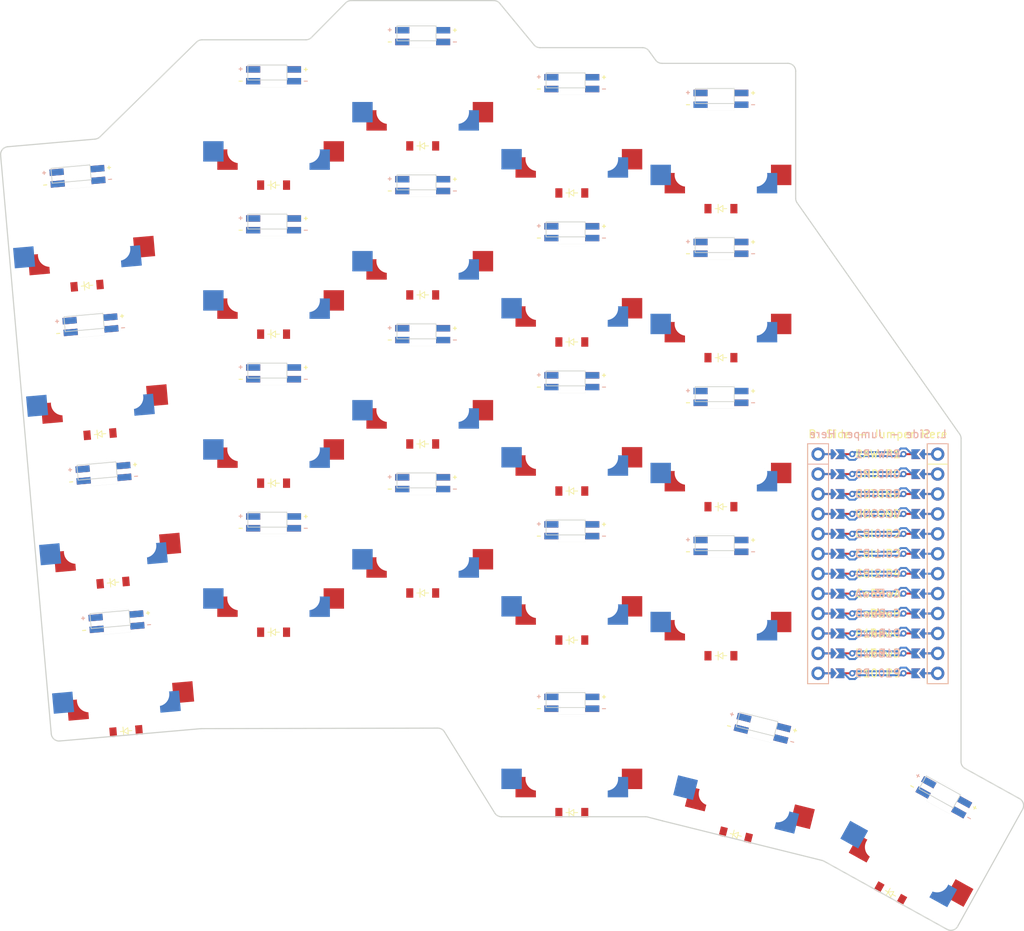
<source format=kicad_pcb>
(kicad_pcb (version 20240108) (generator "ergogen") (generator_version "4.1.0")
  (title_block (title "left") (date "2025-10-14") (rev "v1.0.0") (company "Unknown"))
  (layers (0 "F.Cu" signal) (31 "B.Cu" signal) (34 "B.Paste" user) (35 "F.Paste" user) (36 "B.SilkS" user "B.Silkscreen") (37 "F.SilkS" user "F.Silkscreen") (38 "B.Mask" user) (39 "F.Mask" user) (44 "Edge.Cuts" user))
  (net 0 "")
  (net 1 "Col0")
  (net 2 "pinky_bottom")
  (net 3 "pinky_home")
  (net 4 "pinky_top")
  (net 5 "pinky_number")
  (net 6 "Col1")
  (net 7 "ring_bottom")
  (net 8 "ring_home")
  (net 9 "ring_top")
  (net 10 "ring_number")
  (net 11 "Col2")
  (net 12 "middle_bottom")
  (net 13 "middle_home")
  (net 14 "middle_top")
  (net 15 "middle_number")
  (net 16 "Col3")
  (net 17 "index_bottom")
  (net 18 "index_home")
  (net 19 "index_top")
  (net 20 "index_number")
  (net 21 "Col4")
  (net 22 "inner_bottom")
  (net 23 "inner_home")
  (net 24 "inner_top")
  (net 25 "inner_number")
  (net 26 "near_thumb")
  (net 27 "Col5")
  (net 28 "home_thumb")
  (net 29 "far_thumb")
  (net 30 "RowA")
  (net 31 "RowB")
  (net 32 "RowC")
  (net 33 "RowD")
  (net 34 "RowE")
  (net 35 "RAW")
  (net 36 "GND")
  (net 37 "RST")
  (net 38 "VCC")
  (net 39 "P14")
  (net 40 "P16")
  (net 41 "P10")
  (net 42 "P1")
  (net 43 "P0")
  (net 44 "P2")
  (net 45 "P3")
  (net 46 "P4")
  (net 47 "P9")
  (net 48 "MCU1_24")
  (net 49 "MCU1_1")
  (net 50 "MCU1_23")
  (net 51 "MCU1_2")
  (net 52 "MCU1_22")
  (net 53 "MCU1_3")
  (net 54 "MCU1_21")
  (net 55 "MCU1_4")
  (net 56 "MCU1_20")
  (net 57 "MCU1_5")
  (net 58 "MCU1_19")
  (net 59 "MCU1_6")
  (net 60 "MCU1_18")
  (net 61 "MCU1_7")
  (net 62 "MCU1_17")
  (net 63 "MCU1_8")
  (net 64 "MCU1_16")
  (net 65 "MCU1_9")
  (net 66 "MCU1_15")
  (net 67 "MCU1_10")
  (net 68 "MCU1_14")
  (net 69 "MCU1_11")
  (net 70 "MCU1_13")
  (net 71 "MCU1_12")
  (footprint "gateron-ks27-hotswap-reversible" (layer "F.Cu")
    (property "Reference" "REF**" (at 0.1 -3.5 0) (layer "F.SilkS"))
    (property "Value" "k27")
    (at 100 100 5)
    (fp_text reference "_1" hide)
    (fp_rect (start -3.28 -6.305) (end 1.7 -4.4) (stroke (width 0.1)) (fill no) (layer "Edge.Cuts"))
    (pad "" np_thru_hole circle (at -4.4 4.7) (size 3 3) (drill 3) (layers "F&B.Cu" "*.Mask"))
    (pad "" np_thru_hole circle (at -2.6 5.75) (size 3 3) (drill 3) (layers "F&B.Cu" "*.Mask"))
    (pad "" np_thru_hole circle (at 0 0) (size 5 5) (drill 5) (layers "F&B.Cu" "*.Mask"))
    (pad "" np_thru_hole circle (at 2.6 5.75) (size 3 3) (drill 3) (layers "F&B.Cu" "*.Mask"))
    (pad "" np_thru_hole circle (at 4.4 4.7) (size 3 3) (drill 3) (layers "F&B.Cu" "*.Mask"))
    (pad "1" smd rect (at -7.675 4.7 5) (size 2.6 2.6) (layers "B.Cu" "B.Mask" "B.Paste") (net 1 "Col0"))
    (pad "1" smd rect (at -5.875 5.75 5) (size 2.6 2.6) (layers "F.Cu" "F.Mask" "F.Paste") (net 1 "Col0"))
    (pad "2" smd rect (at 5.875 5.75 5) (size 2.6 2.6) (layers "B.Cu" "B.Mask" "B.Paste") (net 2 "pinky_bottom"))
    (pad "2" smd rect (at 7.675 4.7 5) (size 2.6 2.6) (layers "F.Cu" "F.Mask" "F.Paste") (net 2 "pinky_bottom"))
  )
  (footprint "gateron-ks27-hotswap-reversible" (layer "F.Cu")
    (property "Reference" "REF**" (at 0.1 -3.5 0) (layer "F.SilkS"))
    (property "Value" "k27")
    (at 98.3440409 81.0723007 5)
    (fp_text reference "_2" hide)
    (fp_rect (start -3.28 -6.305) (end 1.7 -4.4) (stroke (width 0.1)) (fill no) (layer "Edge.Cuts"))
    (pad "" np_thru_hole circle (at -4.4 4.7) (size 3 3) (drill 3) (layers "F&B.Cu" "*.Mask"))
    (pad "" np_thru_hole circle (at -2.6 5.75) (size 3 3) (drill 3) (layers "F&B.Cu" "*.Mask"))
    (pad "" np_thru_hole circle (at 0 0) (size 5 5) (drill 5) (layers "F&B.Cu" "*.Mask"))
    (pad "" np_thru_hole circle (at 2.6 5.75) (size 3 3) (drill 3) (layers "F&B.Cu" "*.Mask"))
    (pad "" np_thru_hole circle (at 4.4 4.7) (size 3 3) (drill 3) (layers "F&B.Cu" "*.Mask"))
    (pad "1" smd rect (at -7.675 4.7 5) (size 2.6 2.6) (layers "B.Cu" "B.Mask" "B.Paste") (net 1 "Col0"))
    (pad "1" smd rect (at -5.875 5.75 5) (size 2.6 2.6) (layers "F.Cu" "F.Mask" "F.Paste") (net 1 "Col0"))
    (pad "2" smd rect (at 5.875 5.75 5) (size 2.6 2.6) (layers "B.Cu" "B.Mask" "B.Paste") (net 3 "pinky_home"))
    (pad "2" smd rect (at 7.675 4.7 5) (size 2.6 2.6) (layers "F.Cu" "F.Mask" "F.Paste") (net 3 "pinky_home"))
  )
  (footprint "gateron-ks27-hotswap-reversible" (layer "F.Cu")
    (property "Reference" "REF**" (at 0.1 -3.5 0) (layer "F.SilkS"))
    (property "Value" "k27")
    (at 96.68808179999999 62.1446014 5)
    (fp_text reference "_3" hide)
    (fp_rect (start -3.28 -6.305) (end 1.7 -4.4) (stroke (width 0.1)) (fill no) (layer "Edge.Cuts"))
    (pad "" np_thru_hole circle (at -4.4 4.7) (size 3 3) (drill 3) (layers "F&B.Cu" "*.Mask"))
    (pad "" np_thru_hole circle (at -2.6 5.75) (size 3 3) (drill 3) (layers "F&B.Cu" "*.Mask"))
    (pad "" np_thru_hole circle (at 0 0) (size 5 5) (drill 5) (layers "F&B.Cu" "*.Mask"))
    (pad "" np_thru_hole circle (at 2.6 5.75) (size 3 3) (drill 3) (layers "F&B.Cu" "*.Mask"))
    (pad "" np_thru_hole circle (at 4.4 4.7) (size 3 3) (drill 3) (layers "F&B.Cu" "*.Mask"))
    (pad "1" smd rect (at -7.675 4.7 5) (size 2.6 2.6) (layers "B.Cu" "B.Mask" "B.Paste") (net 1 "Col0"))
    (pad "1" smd rect (at -5.875 5.75 5) (size 2.6 2.6) (layers "F.Cu" "F.Mask" "F.Paste") (net 1 "Col0"))
    (pad "2" smd rect (at 5.875 5.75 5) (size 2.6 2.6) (layers "B.Cu" "B.Mask" "B.Paste") (net 4 "pinky_top"))
    (pad "2" smd rect (at 7.675 4.7 5) (size 2.6 2.6) (layers "F.Cu" "F.Mask" "F.Paste") (net 4 "pinky_top"))
  )
  (footprint "gateron-ks27-hotswap-reversible" (layer "F.Cu")
    (property "Reference" "REF**" (at 0.1 -3.5 0) (layer "F.SilkS"))
    (property "Value" "k27")
    (at 95.03212269999999 43.2169021 5)
    (fp_text reference "_4" hide)
    (fp_rect (start -3.28 -6.305) (end 1.7 -4.4) (stroke (width 0.1)) (fill no) (layer "Edge.Cuts"))
    (pad "" np_thru_hole circle (at -4.4 4.7) (size 3 3) (drill 3) (layers "F&B.Cu" "*.Mask"))
    (pad "" np_thru_hole circle (at -2.6 5.75) (size 3 3) (drill 3) (layers "F&B.Cu" "*.Mask"))
    (pad "" np_thru_hole circle (at 0 0) (size 5 5) (drill 5) (layers "F&B.Cu" "*.Mask"))
    (pad "" np_thru_hole circle (at 2.6 5.75) (size 3 3) (drill 3) (layers "F&B.Cu" "*.Mask"))
    (pad "" np_thru_hole circle (at 4.4 4.7) (size 3 3) (drill 3) (layers "F&B.Cu" "*.Mask"))
    (pad "1" smd rect (at -7.675 4.7 5) (size 2.6 2.6) (layers "B.Cu" "B.Mask" "B.Paste") (net 1 "Col0"))
    (pad "1" smd rect (at -5.875 5.75 5) (size 2.6 2.6) (layers "F.Cu" "F.Mask" "F.Paste") (net 1 "Col0"))
    (pad "2" smd rect (at 5.875 5.75 5) (size 2.6 2.6) (layers "B.Cu" "B.Mask" "B.Paste") (net 5 "pinky_number"))
    (pad "2" smd rect (at 7.675 4.7 5) (size 2.6 2.6) (layers "F.Cu" "F.Mask" "F.Paste") (net 5 "pinky_number"))
  )
  (footprint "gateron-ks27-hotswap-reversible" (layer "F.Cu")
    (property "Reference" "REF**" (at 0.1 -3.5 0) (layer "F.SilkS"))
    (property "Value" "k27")
    (at 119.5834531 87.3632727 0)
    (fp_text reference "_5" hide)
    (fp_rect (start -3.28 -6.305) (end 1.7 -4.4) (stroke (width 0.1)) (fill no) (layer "Edge.Cuts"))
    (pad "" np_thru_hole circle (at -4.4 4.7) (size 3 3) (drill 3) (layers "F&B.Cu" "*.Mask"))
    (pad "" np_thru_hole circle (at -2.6 5.75) (size 3 3) (drill 3) (layers "F&B.Cu" "*.Mask"))
    (pad "" np_thru_hole circle (at 0 0) (size 5 5) (drill 5) (layers "F&B.Cu" "*.Mask"))
    (pad "" np_thru_hole circle (at 2.6 5.75) (size 3 3) (drill 3) (layers "F&B.Cu" "*.Mask"))
    (pad "" np_thru_hole circle (at 4.4 4.7) (size 3 3) (drill 3) (layers "F&B.Cu" "*.Mask"))
    (pad "1" smd rect (at -7.675 4.7 0) (size 2.6 2.6) (layers "B.Cu" "B.Mask" "B.Paste") (net 6 "Col1"))
    (pad "1" smd rect (at -5.875 5.75 0) (size 2.6 2.6) (layers "F.Cu" "F.Mask" "F.Paste") (net 6 "Col1"))
    (pad "2" smd rect (at 5.875 5.75 0) (size 2.6 2.6) (layers "B.Cu" "B.Mask" "B.Paste") (net 7 "ring_bottom"))
    (pad "2" smd rect (at 7.675 4.7 0) (size 2.6 2.6) (layers "F.Cu" "F.Mask" "F.Paste") (net 7 "ring_bottom"))
  )
  (footprint "gateron-ks27-hotswap-reversible" (layer "F.Cu")
    (property "Reference" "REF**" (at 0.1 -3.5 0) (layer "F.SilkS"))
    (property "Value" "k27")
    (at 119.5834531 68.3632727 0)
    (fp_text reference "_6" hide)
    (fp_rect (start -3.28 -6.305) (end 1.7 -4.4) (stroke (width 0.1)) (fill no) (layer "Edge.Cuts"))
    (pad "" np_thru_hole circle (at -4.4 4.7) (size 3 3) (drill 3) (layers "F&B.Cu" "*.Mask"))
    (pad "" np_thru_hole circle (at -2.6 5.75) (size 3 3) (drill 3) (layers "F&B.Cu" "*.Mask"))
    (pad "" np_thru_hole circle (at 0 0) (size 5 5) (drill 5) (layers "F&B.Cu" "*.Mask"))
    (pad "" np_thru_hole circle (at 2.6 5.75) (size 3 3) (drill 3) (layers "F&B.Cu" "*.Mask"))
    (pad "" np_thru_hole circle (at 4.4 4.7) (size 3 3) (drill 3) (layers "F&B.Cu" "*.Mask"))
    (pad "1" smd rect (at -7.675 4.7 0) (size 2.6 2.6) (layers "B.Cu" "B.Mask" "B.Paste") (net 6 "Col1"))
    (pad "1" smd rect (at -5.875 5.75 0) (size 2.6 2.6) (layers "F.Cu" "F.Mask" "F.Paste") (net 6 "Col1"))
    (pad "2" smd rect (at 5.875 5.75 0) (size 2.6 2.6) (layers "B.Cu" "B.Mask" "B.Paste") (net 8 "ring_home"))
    (pad "2" smd rect (at 7.675 4.7 0) (size 2.6 2.6) (layers "F.Cu" "F.Mask" "F.Paste") (net 8 "ring_home"))
  )
  (footprint "gateron-ks27-hotswap-reversible" (layer "F.Cu")
    (property "Reference" "REF**" (at 0.1 -3.5 0) (layer "F.SilkS"))
    (property "Value" "k27")
    (at 119.5834531 49.363272699999996 0)
    (fp_text reference "_7" hide)
    (fp_rect (start -3.28 -6.305) (end 1.7 -4.4) (stroke (width 0.1)) (fill no) (layer "Edge.Cuts"))
    (pad "" np_thru_hole circle (at -4.4 4.7) (size 3 3) (drill 3) (layers "F&B.Cu" "*.Mask"))
    (pad "" np_thru_hole circle (at -2.6 5.75) (size 3 3) (drill 3) (layers "F&B.Cu" "*.Mask"))
    (pad "" np_thru_hole circle (at 0 0) (size 5 5) (drill 5) (layers "F&B.Cu" "*.Mask"))
    (pad "" np_thru_hole circle (at 2.6 5.75) (size 3 3) (drill 3) (layers "F&B.Cu" "*.Mask"))
    (pad "" np_thru_hole circle (at 4.4 4.7) (size 3 3) (drill 3) (layers "F&B.Cu" "*.Mask"))
    (pad "1" smd rect (at -7.675 4.7 0) (size 2.6 2.6) (layers "B.Cu" "B.Mask" "B.Paste") (net 6 "Col1"))
    (pad "1" smd rect (at -5.875 5.75 0) (size 2.6 2.6) (layers "F.Cu" "F.Mask" "F.Paste") (net 6 "Col1"))
    (pad "2" smd rect (at 5.875 5.75 0) (size 2.6 2.6) (layers "B.Cu" "B.Mask" "B.Paste") (net 9 "ring_top"))
    (pad "2" smd rect (at 7.675 4.7 0) (size 2.6 2.6) (layers "F.Cu" "F.Mask" "F.Paste") (net 9 "ring_top"))
  )
  (footprint "gateron-ks27-hotswap-reversible" (layer "F.Cu")
    (property "Reference" "REF**" (at 0.1 -3.5 0) (layer "F.SilkS"))
    (property "Value" "k27")
    (at 119.5834531 30.363272699999996 0)
    (fp_text reference "_8" hide)
    (fp_rect (start -3.28 -6.305) (end 1.7 -4.4) (stroke (width 0.1)) (fill no) (layer "Edge.Cuts"))
    (pad "" np_thru_hole circle (at -4.4 4.7) (size 3 3) (drill 3) (layers "F&B.Cu" "*.Mask"))
    (pad "" np_thru_hole circle (at -2.6 5.75) (size 3 3) (drill 3) (layers "F&B.Cu" "*.Mask"))
    (pad "" np_thru_hole circle (at 0 0) (size 5 5) (drill 5) (layers "F&B.Cu" "*.Mask"))
    (pad "" np_thru_hole circle (at 2.6 5.75) (size 3 3) (drill 3) (layers "F&B.Cu" "*.Mask"))
    (pad "" np_thru_hole circle (at 4.4 4.7) (size 3 3) (drill 3) (layers "F&B.Cu" "*.Mask"))
    (pad "1" smd rect (at -7.675 4.7 0) (size 2.6 2.6) (layers "B.Cu" "B.Mask" "B.Paste") (net 6 "Col1"))
    (pad "1" smd rect (at -5.875 5.75 0) (size 2.6 2.6) (layers "F.Cu" "F.Mask" "F.Paste") (net 6 "Col1"))
    (pad "2" smd rect (at 5.875 5.75 0) (size 2.6 2.6) (layers "B.Cu" "B.Mask" "B.Paste") (net 10 "ring_number"))
    (pad "2" smd rect (at 7.675 4.7 0) (size 2.6 2.6) (layers "F.Cu" "F.Mask" "F.Paste") (net 10 "ring_number"))
  )
  (footprint "gateron-ks27-hotswap-reversible" (layer "F.Cu")
    (property "Reference" "REF**" (at 0.1 -3.5 0) (layer "F.SilkS"))
    (property "Value" "k27")
    (at 138.58345309999999 82.3632727 0)
    (fp_text reference "_9" hide)
    (fp_rect (start -3.28 -6.305) (end 1.7 -4.4) (stroke (width 0.1)) (fill no) (layer "Edge.Cuts"))
    (pad "" np_thru_hole circle (at -4.4 4.7) (size 3 3) (drill 3) (layers "F&B.Cu" "*.Mask"))
    (pad "" np_thru_hole circle (at -2.6 5.75) (size 3 3) (drill 3) (layers "F&B.Cu" "*.Mask"))
    (pad "" np_thru_hole circle (at 0 0) (size 5 5) (drill 5) (layers "F&B.Cu" "*.Mask"))
    (pad "" np_thru_hole circle (at 2.6 5.75) (size 3 3) (drill 3) (layers "F&B.Cu" "*.Mask"))
    (pad "" np_thru_hole circle (at 4.4 4.7) (size 3 3) (drill 3) (layers "F&B.Cu" "*.Mask"))
    (pad "1" smd rect (at -7.675 4.7 0) (size 2.6 2.6) (layers "B.Cu" "B.Mask" "B.Paste") (net 11 "Col2"))
    (pad "1" smd rect (at -5.875 5.75 0) (size 2.6 2.6) (layers "F.Cu" "F.Mask" "F.Paste") (net 11 "Col2"))
    (pad "2" smd rect (at 5.875 5.75 0) (size 2.6 2.6) (layers "B.Cu" "B.Mask" "B.Paste") (net 12 "middle_bottom"))
    (pad "2" smd rect (at 7.675 4.7 0) (size 2.6 2.6) (layers "F.Cu" "F.Mask" "F.Paste") (net 12 "middle_bottom"))
  )
  (footprint "gateron-ks27-hotswap-reversible" (layer "F.Cu")
    (property "Reference" "REF**" (at 0.1 -3.5 0) (layer "F.SilkS"))
    (property "Value" "k27")
    (at 138.58345309999999 63.363272699999996 0)
    (fp_text reference "_10" hide)
    (fp_rect (start -3.28 -6.305) (end 1.7 -4.4) (stroke (width 0.1)) (fill no) (layer "Edge.Cuts"))
    (pad "" np_thru_hole circle (at -4.4 4.7) (size 3 3) (drill 3) (layers "F&B.Cu" "*.Mask"))
    (pad "" np_thru_hole circle (at -2.6 5.75) (size 3 3) (drill 3) (layers "F&B.Cu" "*.Mask"))
    (pad "" np_thru_hole circle (at 0 0) (size 5 5) (drill 5) (layers "F&B.Cu" "*.Mask"))
    (pad "" np_thru_hole circle (at 2.6 5.75) (size 3 3) (drill 3) (layers "F&B.Cu" "*.Mask"))
    (pad "" np_thru_hole circle (at 4.4 4.7) (size 3 3) (drill 3) (layers "F&B.Cu" "*.Mask"))
    (pad "1" smd rect (at -7.675 4.7 0) (size 2.6 2.6) (layers "B.Cu" "B.Mask" "B.Paste") (net 11 "Col2"))
    (pad "1" smd rect (at -5.875 5.75 0) (size 2.6 2.6) (layers "F.Cu" "F.Mask" "F.Paste") (net 11 "Col2"))
    (pad "2" smd rect (at 5.875 5.75 0) (size 2.6 2.6) (layers "B.Cu" "B.Mask" "B.Paste") (net 13 "middle_home"))
    (pad "2" smd rect (at 7.675 4.7 0) (size 2.6 2.6) (layers "F.Cu" "F.Mask" "F.Paste") (net 13 "middle_home"))
  )
  (footprint "gateron-ks27-hotswap-reversible" (layer "F.Cu")
    (property "Reference" "REF**" (at 0.1 -3.5 0) (layer "F.SilkS"))
    (property "Value" "k27")
    (at 138.58345309999999 44.363272699999996 0)
    (fp_text reference "_11" hide)
    (fp_rect (start -3.28 -6.305) (end 1.7 -4.4) (stroke (width 0.1)) (fill no) (layer "Edge.Cuts"))
    (pad "" np_thru_hole circle (at -4.4 4.7) (size 3 3) (drill 3) (layers "F&B.Cu" "*.Mask"))
    (pad "" np_thru_hole circle (at -2.6 5.75) (size 3 3) (drill 3) (layers "F&B.Cu" "*.Mask"))
    (pad "" np_thru_hole circle (at 0 0) (size 5 5) (drill 5) (layers "F&B.Cu" "*.Mask"))
    (pad "" np_thru_hole circle (at 2.6 5.75) (size 3 3) (drill 3) (layers "F&B.Cu" "*.Mask"))
    (pad "" np_thru_hole circle (at 4.4 4.7) (size 3 3) (drill 3) (layers "F&B.Cu" "*.Mask"))
    (pad "1" smd rect (at -7.675 4.7 0) (size 2.6 2.6) (layers "B.Cu" "B.Mask" "B.Paste") (net 11 "Col2"))
    (pad "1" smd rect (at -5.875 5.75 0) (size 2.6 2.6) (layers "F.Cu" "F.Mask" "F.Paste") (net 11 "Col2"))
    (pad "2" smd rect (at 5.875 5.75 0) (size 2.6 2.6) (layers "B.Cu" "B.Mask" "B.Paste") (net 14 "middle_top"))
    (pad "2" smd rect (at 7.675 4.7 0) (size 2.6 2.6) (layers "F.Cu" "F.Mask" "F.Paste") (net 14 "middle_top"))
  )
  (footprint "gateron-ks27-hotswap-reversible" (layer "F.Cu")
    (property "Reference" "REF**" (at 0.1 -3.5 0) (layer "F.SilkS"))
    (property "Value" "k27")
    (at 138.58345309999999 25.363272699999996 0)
    (fp_text reference "_12" hide)
    (fp_rect (start -3.28 -6.305) (end 1.7 -4.4) (stroke (width 0.1)) (fill no) (layer "Edge.Cuts"))
    (pad "" np_thru_hole circle (at -4.4 4.7) (size 3 3) (drill 3) (layers "F&B.Cu" "*.Mask"))
    (pad "" np_thru_hole circle (at -2.6 5.75) (size 3 3) (drill 3) (layers "F&B.Cu" "*.Mask"))
    (pad "" np_thru_hole circle (at 0 0) (size 5 5) (drill 5) (layers "F&B.Cu" "*.Mask"))
    (pad "" np_thru_hole circle (at 2.6 5.75) (size 3 3) (drill 3) (layers "F&B.Cu" "*.Mask"))
    (pad "" np_thru_hole circle (at 4.4 4.7) (size 3 3) (drill 3) (layers "F&B.Cu" "*.Mask"))
    (pad "1" smd rect (at -7.675 4.7 0) (size 2.6 2.6) (layers "B.Cu" "B.Mask" "B.Paste") (net 11 "Col2"))
    (pad "1" smd rect (at -5.875 5.75 0) (size 2.6 2.6) (layers "F.Cu" "F.Mask" "F.Paste") (net 11 "Col2"))
    (pad "2" smd rect (at 5.875 5.75 0) (size 2.6 2.6) (layers "B.Cu" "B.Mask" "B.Paste") (net 15 "middle_number"))
    (pad "2" smd rect (at 7.675 4.7 0) (size 2.6 2.6) (layers "F.Cu" "F.Mask" "F.Paste") (net 15 "middle_number"))
  )
  (footprint "gateron-ks27-hotswap-reversible" (layer "F.Cu")
    (property "Reference" "REF**" (at 0.1 -3.5 0) (layer "F.SilkS"))
    (property "Value" "k27")
    (at 157.58345309999999 88.3632727 0)
    (fp_text reference "_13" hide)
    (fp_rect (start -3.28 -6.305) (end 1.7 -4.4) (stroke (width 0.1)) (fill no) (layer "Edge.Cuts"))
    (pad "" np_thru_hole circle (at -4.4 4.7) (size 3 3) (drill 3) (layers "F&B.Cu" "*.Mask"))
    (pad "" np_thru_hole circle (at -2.6 5.75) (size 3 3) (drill 3) (layers "F&B.Cu" "*.Mask"))
    (pad "" np_thru_hole circle (at 0 0) (size 5 5) (drill 5) (layers "F&B.Cu" "*.Mask"))
    (pad "" np_thru_hole circle (at 2.6 5.75) (size 3 3) (drill 3) (layers "F&B.Cu" "*.Mask"))
    (pad "" np_thru_hole circle (at 4.4 4.7) (size 3 3) (drill 3) (layers "F&B.Cu" "*.Mask"))
    (pad "1" smd rect (at -7.675 4.7 0) (size 2.6 2.6) (layers "B.Cu" "B.Mask" "B.Paste") (net 16 "Col3"))
    (pad "1" smd rect (at -5.875 5.75 0) (size 2.6 2.6) (layers "F.Cu" "F.Mask" "F.Paste") (net 16 "Col3"))
    (pad "2" smd rect (at 5.875 5.75 0) (size 2.6 2.6) (layers "B.Cu" "B.Mask" "B.Paste") (net 17 "index_bottom"))
    (pad "2" smd rect (at 7.675 4.7 0) (size 2.6 2.6) (layers "F.Cu" "F.Mask" "F.Paste") (net 17 "index_bottom"))
  )
  (footprint "gateron-ks27-hotswap-reversible" (layer "F.Cu")
    (property "Reference" "REF**" (at 0.1 -3.5 0) (layer "F.SilkS"))
    (property "Value" "k27")
    (at 157.58345309999999 69.3632727 0)
    (fp_text reference "_14" hide)
    (fp_rect (start -3.28 -6.305) (end 1.7 -4.4) (stroke (width 0.1)) (fill no) (layer "Edge.Cuts"))
    (pad "" np_thru_hole circle (at -4.4 4.7) (size 3 3) (drill 3) (layers "F&B.Cu" "*.Mask"))
    (pad "" np_thru_hole circle (at -2.6 5.75) (size 3 3) (drill 3) (layers "F&B.Cu" "*.Mask"))
    (pad "" np_thru_hole circle (at 0 0) (size 5 5) (drill 5) (layers "F&B.Cu" "*.Mask"))
    (pad "" np_thru_hole circle (at 2.6 5.75) (size 3 3) (drill 3) (layers "F&B.Cu" "*.Mask"))
    (pad "" np_thru_hole circle (at 4.4 4.7) (size 3 3) (drill 3) (layers "F&B.Cu" "*.Mask"))
    (pad "1" smd rect (at -7.675 4.7 0) (size 2.6 2.6) (layers "B.Cu" "B.Mask" "B.Paste") (net 16 "Col3"))
    (pad "1" smd rect (at -5.875 5.75 0) (size 2.6 2.6) (layers "F.Cu" "F.Mask" "F.Paste") (net 16 "Col3"))
    (pad "2" smd rect (at 5.875 5.75 0) (size 2.6 2.6) (layers "B.Cu" "B.Mask" "B.Paste") (net 18 "index_home"))
    (pad "2" smd rect (at 7.675 4.7 0) (size 2.6 2.6) (layers "F.Cu" "F.Mask" "F.Paste") (net 18 "index_home"))
  )
  (footprint "gateron-ks27-hotswap-reversible" (layer "F.Cu")
    (property "Reference" "REF**" (at 0.1 -3.5 0) (layer "F.SilkS"))
    (property "Value" "k27")
    (at 157.58345309999999 50.363272699999996 0)
    (fp_text reference "_15" hide)
    (fp_rect (start -3.28 -6.305) (end 1.7 -4.4) (stroke (width 0.1)) (fill no) (layer "Edge.Cuts"))
    (pad "" np_thru_hole circle (at -4.4 4.7) (size 3 3) (drill 3) (layers "F&B.Cu" "*.Mask"))
    (pad "" np_thru_hole circle (at -2.6 5.75) (size 3 3) (drill 3) (layers "F&B.Cu" "*.Mask"))
    (pad "" np_thru_hole circle (at 0 0) (size 5 5) (drill 5) (layers "F&B.Cu" "*.Mask"))
    (pad "" np_thru_hole circle (at 2.6 5.75) (size 3 3) (drill 3) (layers "F&B.Cu" "*.Mask"))
    (pad "" np_thru_hole circle (at 4.4 4.7) (size 3 3) (drill 3) (layers "F&B.Cu" "*.Mask"))
    (pad "1" smd rect (at -7.675 4.7 0) (size 2.6 2.6) (layers "B.Cu" "B.Mask" "B.Paste") (net 16 "Col3"))
    (pad "1" smd rect (at -5.875 5.75 0) (size 2.6 2.6) (layers "F.Cu" "F.Mask" "F.Paste") (net 16 "Col3"))
    (pad "2" smd rect (at 5.875 5.75 0) (size 2.6 2.6) (layers "B.Cu" "B.Mask" "B.Paste") (net 19 "index_top"))
    (pad "2" smd rect (at 7.675 4.7 0) (size 2.6 2.6) (layers "F.Cu" "F.Mask" "F.Paste") (net 19 "index_top"))
  )
  (footprint "gateron-ks27-hotswap-reversible" (layer "F.Cu")
    (property "Reference" "REF**" (at 0.1 -3.5 0) (layer "F.SilkS"))
    (property "Value" "k27")
    (at 157.58345309999999 31.363272699999996 0)
    (fp_text reference "_16" hide)
    (fp_rect (start -3.28 -6.305) (end 1.7 -4.4) (stroke (width 0.1)) (fill no) (layer "Edge.Cuts"))
    (pad "" np_thru_hole circle (at -4.4 4.7) (size 3 3) (drill 3) (layers "F&B.Cu" "*.Mask"))
    (pad "" np_thru_hole circle (at -2.6 5.75) (size 3 3) (drill 3) (layers "F&B.Cu" "*.Mask"))
    (pad "" np_thru_hole circle (at 0 0) (size 5 5) (drill 5) (layers "F&B.Cu" "*.Mask"))
    (pad "" np_thru_hole circle (at 2.6 5.75) (size 3 3) (drill 3) (layers "F&B.Cu" "*.Mask"))
    (pad "" np_thru_hole circle (at 4.4 4.7) (size 3 3) (drill 3) (layers "F&B.Cu" "*.Mask"))
    (pad "1" smd rect (at -7.675 4.7 0) (size 2.6 2.6) (layers "B.Cu" "B.Mask" "B.Paste") (net 16 "Col3"))
    (pad "1" smd rect (at -5.875 5.75 0) (size 2.6 2.6) (layers "F.Cu" "F.Mask" "F.Paste") (net 16 "Col3"))
    (pad "2" smd rect (at 5.875 5.75 0) (size 2.6 2.6) (layers "B.Cu" "B.Mask" "B.Paste") (net 20 "index_number"))
    (pad "2" smd rect (at 7.675 4.7 0) (size 2.6 2.6) (layers "F.Cu" "F.Mask" "F.Paste") (net 20 "index_number"))
  )
  (footprint "gateron-ks27-hotswap-reversible" (layer "F.Cu")
    (property "Reference" "REF**" (at 0.1 -3.5 0) (layer "F.SilkS"))
    (property "Value" "k27")
    (at 176.58345309999999 90.3632727 0)
    (fp_text reference "_17" hide)
    (fp_rect (start -3.28 -6.305) (end 1.7 -4.4) (stroke (width 0.1)) (fill no) (layer "Edge.Cuts"))
    (pad "" np_thru_hole circle (at -4.4 4.7) (size 3 3) (drill 3) (layers "F&B.Cu" "*.Mask"))
    (pad "" np_thru_hole circle (at -2.6 5.75) (size 3 3) (drill 3) (layers "F&B.Cu" "*.Mask"))
    (pad "" np_thru_hole circle (at 0 0) (size 5 5) (drill 5) (layers "F&B.Cu" "*.Mask"))
    (pad "" np_thru_hole circle (at 2.6 5.75) (size 3 3) (drill 3) (layers "F&B.Cu" "*.Mask"))
    (pad "" np_thru_hole circle (at 4.4 4.7) (size 3 3) (drill 3) (layers "F&B.Cu" "*.Mask"))
    (pad "1" smd rect (at -7.675 4.7 0) (size 2.6 2.6) (layers "B.Cu" "B.Mask" "B.Paste") (net 21 "Col4"))
    (pad "1" smd rect (at -5.875 5.75 0) (size 2.6 2.6) (layers "F.Cu" "F.Mask" "F.Paste") (net 21 "Col4"))
    (pad "2" smd rect (at 5.875 5.75 0) (size 2.6 2.6) (layers "B.Cu" "B.Mask" "B.Paste") (net 22 "inner_bottom"))
    (pad "2" smd rect (at 7.675 4.7 0) (size 2.6 2.6) (layers "F.Cu" "F.Mask" "F.Paste") (net 22 "inner_bottom"))
  )
  (footprint "gateron-ks27-hotswap-reversible" (layer "F.Cu")
    (property "Reference" "REF**" (at 0.1 -3.5 0) (layer "F.SilkS"))
    (property "Value" "k27")
    (at 176.58345309999999 71.3632727 0)
    (fp_text reference "_18" hide)
    (fp_rect (start -3.28 -6.305) (end 1.7 -4.4) (stroke (width 0.1)) (fill no) (layer "Edge.Cuts"))
    (pad "" np_thru_hole circle (at -4.4 4.7) (size 3 3) (drill 3) (layers "F&B.Cu" "*.Mask"))
    (pad "" np_thru_hole circle (at -2.6 5.75) (size 3 3) (drill 3) (layers "F&B.Cu" "*.Mask"))
    (pad "" np_thru_hole circle (at 0 0) (size 5 5) (drill 5) (layers "F&B.Cu" "*.Mask"))
    (pad "" np_thru_hole circle (at 2.6 5.75) (size 3 3) (drill 3) (layers "F&B.Cu" "*.Mask"))
    (pad "" np_thru_hole circle (at 4.4 4.7) (size 3 3) (drill 3) (layers "F&B.Cu" "*.Mask"))
    (pad "1" smd rect (at -7.675 4.7 0) (size 2.6 2.6) (layers "B.Cu" "B.Mask" "B.Paste") (net 21 "Col4"))
    (pad "1" smd rect (at -5.875 5.75 0) (size 2.6 2.6) (layers "F.Cu" "F.Mask" "F.Paste") (net 21 "Col4"))
    (pad "2" smd rect (at 5.875 5.75 0) (size 2.6 2.6) (layers "B.Cu" "B.Mask" "B.Paste") (net 23 "inner_home"))
    (pad "2" smd rect (at 7.675 4.7 0) (size 2.6 2.6) (layers "F.Cu" "F.Mask" "F.Paste") (net 23 "inner_home"))
  )
  (footprint "gateron-ks27-hotswap-reversible" (layer "F.Cu")
    (property "Reference" "REF**" (at 0.1 -3.5 0) (layer "F.SilkS"))
    (property "Value" "k27")
    (at 176.58345309999999 52.363272699999996 0)
    (fp_text reference "_19" hide)
    (fp_rect (start -3.28 -6.305) (end 1.7 -4.4) (stroke (width 0.1)) (fill no) (layer "Edge.Cuts"))
    (pad "" np_thru_hole circle (at -4.4 4.7) (size 3 3) (drill 3) (layers "F&B.Cu" "*.Mask"))
    (pad "" np_thru_hole circle (at -2.6 5.75) (size 3 3) (drill 3) (layers "F&B.Cu" "*.Mask"))
    (pad "" np_thru_hole circle (at 0 0) (size 5 5) (drill 5) (layers "F&B.Cu" "*.Mask"))
    (pad "" np_thru_hole circle (at 2.6 5.75) (size 3 3) (drill 3) (layers "F&B.Cu" "*.Mask"))
    (pad "" np_thru_hole circle (at 4.4 4.7) (size 3 3) (drill 3) (layers "F&B.Cu" "*.Mask"))
    (pad "1" smd rect (at -7.675 4.7 0) (size 2.6 2.6) (layers "B.Cu" "B.Mask" "B.Paste") (net 21 "Col4"))
    (pad "1" smd rect (at -5.875 5.75 0) (size 2.6 2.6) (layers "F.Cu" "F.Mask" "F.Paste") (net 21 "Col4"))
    (pad "2" smd rect (at 5.875 5.75 0) (size 2.6 2.6) (layers "B.Cu" "B.Mask" "B.Paste") (net 24 "inner_top"))
    (pad "2" smd rect (at 7.675 4.7 0) (size 2.6 2.6) (layers "F.Cu" "F.Mask" "F.Paste") (net 24 "inner_top"))
  )
  (footprint "gateron-ks27-hotswap-reversible" (layer "F.Cu")
    (property "Reference" "REF**" (at 0.1 -3.5 0) (layer "F.SilkS"))
    (property "Value" "k27")
    (at 176.58345309999999 33.363272699999996 0)
    (fp_text reference "_20" hide)
    (fp_rect (start -3.28 -6.305) (end 1.7 -4.4) (stroke (width 0.1)) (fill no) (layer "Edge.Cuts"))
    (pad "" np_thru_hole circle (at -4.4 4.7) (size 3 3) (drill 3) (layers "F&B.Cu" "*.Mask"))
    (pad "" np_thru_hole circle (at -2.6 5.75) (size 3 3) (drill 3) (layers "F&B.Cu" "*.Mask"))
    (pad "" np_thru_hole circle (at 0 0) (size 5 5) (drill 5) (layers "F&B.Cu" "*.Mask"))
    (pad "" np_thru_hole circle (at 2.6 5.75) (size 3 3) (drill 3) (layers "F&B.Cu" "*.Mask"))
    (pad "" np_thru_hole circle (at 4.4 4.7) (size 3 3) (drill 3) (layers "F&B.Cu" "*.Mask"))
    (pad "1" smd rect (at -7.675 4.7 0) (size 2.6 2.6) (layers "B.Cu" "B.Mask" "B.Paste") (net 21 "Col4"))
    (pad "1" smd rect (at -5.875 5.75 0) (size 2.6 2.6) (layers "F.Cu" "F.Mask" "F.Paste") (net 21 "Col4"))
    (pad "2" smd rect (at 5.875 5.75 0) (size 2.6 2.6) (layers "B.Cu" "B.Mask" "B.Paste") (net 25 "inner_number"))
    (pad "2" smd rect (at 7.675 4.7 0) (size 2.6 2.6) (layers "F.Cu" "F.Mask" "F.Paste") (net 25 "inner_number"))
  )
  (footprint "gateron-ks27-hotswap-reversible" (layer "F.Cu")
    (property "Reference" "REF**" (at 0.1 -3.5 0) (layer "F.SilkS"))
    (property "Value" "k27")
    (at 157.58345309999999 110.3632727 0)
    (fp_text reference "_21" hide)
    (fp_rect (start -3.28 -6.305) (end 1.7 -4.4) (stroke (width 0.1)) (fill no) (layer "Edge.Cuts"))
    (pad "" np_thru_hole circle (at -4.4 4.7) (size 3 3) (drill 3) (layers "F&B.Cu" "*.Mask"))
    (pad "" np_thru_hole circle (at -2.6 5.75) (size 3 3) (drill 3) (layers "F&B.Cu" "*.Mask"))
    (pad "" np_thru_hole circle (at 0 0) (size 5 5) (drill 5) (layers "F&B.Cu" "*.Mask"))
    (pad "" np_thru_hole circle (at 2.6 5.75) (size 3 3) (drill 3) (layers "F&B.Cu" "*.Mask"))
    (pad "" np_thru_hole circle (at 4.4 4.7) (size 3 3) (drill 3) (layers "F&B.Cu" "*.Mask"))
    (pad "1" smd rect (at -7.675 4.7 0) (size 2.6 2.6) (layers "B.Cu" "B.Mask" "B.Paste") (net 21 "Col4"))
    (pad "1" smd rect (at -5.875 5.75 0) (size 2.6 2.6) (layers "F.Cu" "F.Mask" "F.Paste") (net 21 "Col4"))
    (pad "2" smd rect (at 5.875 5.75 0) (size 2.6 2.6) (layers "B.Cu" "B.Mask" "B.Paste") (net 26 "near_thumb"))
    (pad "2" smd rect (at 7.675 4.7 0) (size 2.6 2.6) (layers "F.Cu" "F.Mask" "F.Paste") (net 26 "near_thumb"))
  )
  (footprint "gateron-ks27-hotswap-reversible" (layer "F.Cu")
    (property "Reference" "REF**" (at 0.1 -3.5 0) (layer "F.SilkS"))
    (property "Value" "k27")
    (at 180.6617249 113.4731934 -14)
    (fp_text reference "_22" hide)
    (fp_rect (start -3.28 -6.305) (end 1.7 -4.4) (stroke (width 0.1)) (fill no) (layer "Edge.Cuts"))
    (pad "" np_thru_hole circle (at -4.4 4.7) (size 3 3) (drill 3) (layers "F&B.Cu" "*.Mask"))
    (pad "" np_thru_hole circle (at -2.6 5.75) (size 3 3) (drill 3) (layers "F&B.Cu" "*.Mask"))
    (pad "" np_thru_hole circle (at 0 0) (size 5 5) (drill 5) (layers "F&B.Cu" "*.Mask"))
    (pad "" np_thru_hole circle (at 2.6 5.75) (size 3 3) (drill 3) (layers "F&B.Cu" "*.Mask"))
    (pad "" np_thru_hole circle (at 4.4 4.7) (size 3 3) (drill 3) (layers "F&B.Cu" "*.Mask"))
    (pad "1" smd rect (at -7.675 4.7 -14) (size 2.6 2.6) (layers "B.Cu" "B.Mask" "B.Paste") (net 27 "Col5"))
    (pad "1" smd rect (at -5.875 5.75 -14) (size 2.6 2.6) (layers "F.Cu" "F.Mask" "F.Paste") (net 27 "Col5"))
    (pad "2" smd rect (at 5.875 5.75 -14) (size 2.6 2.6) (layers "B.Cu" "B.Mask" "B.Paste") (net 28 "home_thumb"))
    (pad "2" smd rect (at 7.675 4.7 -14) (size 2.6 2.6) (layers "F.Cu" "F.Mask" "F.Paste") (net 28 "home_thumb"))
  )
  (footprint "gateron-ks27-hotswap-reversible" (layer "F.Cu")
    (property "Reference" "REF**" (at 0.1 -3.5 0) (layer "F.SilkS"))
    (property "Value" "k27")
    (at 202.5575764 121.7825512 -29)
    (fp_text reference "_23" hide)
    (fp_rect (start -3.28 -6.305) (end 1.7 -4.4) (stroke (width 0.1)) (fill no) (layer "Edge.Cuts"))
    (pad "" np_thru_hole circle (at -4.4 4.7) (size 3 3) (drill 3) (layers "F&B.Cu" "*.Mask"))
    (pad "" np_thru_hole circle (at -2.6 5.75) (size 3 3) (drill 3) (layers "F&B.Cu" "*.Mask"))
    (pad "" np_thru_hole circle (at 0 0) (size 5 5) (drill 5) (layers "F&B.Cu" "*.Mask"))
    (pad "" np_thru_hole circle (at 2.6 5.75) (size 3 3) (drill 3) (layers "F&B.Cu" "*.Mask"))
    (pad "" np_thru_hole circle (at 4.4 4.7) (size 3 3) (drill 3) (layers "F&B.Cu" "*.Mask"))
    (pad "1" smd rect (at -7.675 4.7 -29) (size 2.6 2.6) (layers "B.Cu" "B.Mask" "B.Paste") (net 27 "Col5"))
    (pad "1" smd rect (at -5.875 5.75 -29) (size 2.6 2.6) (layers "F.Cu" "F.Mask" "F.Paste") (net 27 "Col5"))
    (pad "2" smd rect (at 5.875 5.75 -29) (size 2.6 2.6) (layers "B.Cu" "B.Mask" "B.Paste") (net 29 "far_thumb"))
    (pad "2" smd rect (at 7.675 4.7 -29) (size 2.6 2.6) (layers "F.Cu" "F.Mask" "F.Paste") (net 29 "far_thumb"))
  )
  (module ComboDiode (layer F.Cu) (at 100.7844017 108.9657523 5)
    (fp_text reference "D1" hide)
    (fp_text value "" hide)
    (pad 1 smd rect (at -1.65 0 5) (size 0.9 1.2) (layers F.Cu F.Paste F.Mask) (net 30 "RowA"))
    (pad 2 smd rect (at 1.65 0 5) (size 0.9 1.2) (layers F.Cu F.Paste F.Mask) (net 2 "pinky_bottom"))
  )
  (module ComboDiode (layer F.Cu) (at 99.1284426 90.038053 5)
    (fp_text reference "D2" hide)
    (fp_text value "" hide)
    (pad 1 smd rect (at -1.65 0 5) (size 0.9 1.2) (layers F.Cu F.Paste F.Mask) (net 31 "RowB"))
    (pad 2 smd rect (at 1.65 0 5) (size 0.9 1.2) (layers F.Cu F.Paste F.Mask) (net 3 "pinky_home"))
  )
  (module ComboDiode (layer F.Cu) (at 97.4724835 71.1103537 5)
    (fp_text reference "D3" hide)
    (fp_text value "" hide)
    (pad 1 smd rect (at -1.65 0 5) (size 0.9 1.2) (layers F.Cu F.Paste F.Mask) (net 32 "RowC"))
    (pad 2 smd rect (at 1.65 0 5) (size 0.9 1.2) (layers F.Cu F.Paste F.Mask) (net 4 "pinky_top"))
  )
  (module ComboDiode (layer F.Cu) (at 95.81652439999999 52.1826544 5)
    (fp_text reference "D4" hide)
    (fp_text value "" hide)
    (pad 1 smd rect (at -1.65 0 5) (size 0.9 1.2) (layers F.Cu F.Paste F.Mask) (net 33 "RowD"))
    (pad 2 smd rect (at 1.65 0 5) (size 0.9 1.2) (layers F.Cu F.Paste F.Mask) (net 5 "pinky_number"))
  )
  (module ComboDiode (layer F.Cu) (at 119.5834531 96.3632727 0)
    (fp_text reference "D5" hide)
    (fp_text value "" hide)
    (pad 1 smd rect (at -1.65 0 0) (size 0.9 1.2) (layers F.Cu F.Paste F.Mask) (net 30 "RowA"))
    (pad 2 smd rect (at 1.65 0 0) (size 0.9 1.2) (layers F.Cu F.Paste F.Mask) (net 7 "ring_bottom"))
  )
  (module ComboDiode (layer F.Cu) (at 119.5834531 77.3632727 0)
    (fp_text reference "D6" hide)
    (fp_text value "" hide)
    (pad 1 smd rect (at -1.65 0 0) (size 0.9 1.2) (layers F.Cu F.Paste F.Mask) (net 31 "RowB"))
    (pad 2 smd rect (at 1.65 0 0) (size 0.9 1.2) (layers F.Cu F.Paste F.Mask) (net 8 "ring_home"))
  )
  (module ComboDiode (layer F.Cu) (at 119.5834531 58.363272699999996 0)
    (fp_text reference "D7" hide)
    (fp_text value "" hide)
    (pad 1 smd rect (at -1.65 0 0) (size 0.9 1.2) (layers F.Cu F.Paste F.Mask) (net 32 "RowC"))
    (pad 2 smd rect (at 1.65 0 0) (size 0.9 1.2) (layers F.Cu F.Paste F.Mask) (net 9 "ring_top"))
  )
  (module ComboDiode (layer F.Cu) (at 119.5834531 39.363272699999996 0)
    (fp_text reference "D8" hide)
    (fp_text value "" hide)
    (pad 1 smd rect (at -1.65 0 0) (size 0.9 1.2) (layers F.Cu F.Paste F.Mask) (net 33 "RowD"))
    (pad 2 smd rect (at 1.65 0 0) (size 0.9 1.2) (layers F.Cu F.Paste F.Mask) (net 10 "ring_number"))
  )
  (module ComboDiode (layer F.Cu) (at 138.58345309999999 91.3632727 0)
    (fp_text reference "D9" hide)
    (fp_text value "" hide)
    (pad 1 smd rect (at -1.65 0 0) (size 0.9 1.2) (layers F.Cu F.Paste F.Mask) (net 30 "RowA"))
    (pad 2 smd rect (at 1.65 0 0) (size 0.9 1.2) (layers F.Cu F.Paste F.Mask) (net 12 "middle_bottom"))
  )
  (module ComboDiode (layer F.Cu) (at 138.58345309999999 72.3632727 0)
    (fp_text reference "D10" hide)
    (fp_text value "" hide)
    (pad 1 smd rect (at -1.65 0 0) (size 0.9 1.2) (layers F.Cu F.Paste F.Mask) (net 31 "RowB"))
    (pad 2 smd rect (at 1.65 0 0) (size 0.9 1.2) (layers F.Cu F.Paste F.Mask) (net 13 "middle_home"))
  )
  (module ComboDiode (layer F.Cu) (at 138.58345309999999 53.363272699999996 0)
    (fp_text reference "D11" hide)
    (fp_text value "" hide)
    (pad 1 smd rect (at -1.65 0 0) (size 0.9 1.2) (layers F.Cu F.Paste F.Mask) (net 32 "RowC"))
    (pad 2 smd rect (at 1.65 0 0) (size 0.9 1.2) (layers F.Cu F.Paste F.Mask) (net 14 "middle_top"))
  )
  (module ComboDiode (layer F.Cu) (at 138.58345309999999 34.363272699999996 0)
    (fp_text reference "D12" hide)
    (fp_text value "" hide)
    (pad 1 smd rect (at -1.65 0 0) (size 0.9 1.2) (layers F.Cu F.Paste F.Mask) (net 33 "RowD"))
    (pad 2 smd rect (at 1.65 0 0) (size 0.9 1.2) (layers F.Cu F.Paste F.Mask) (net 15 "middle_number"))
  )
  (module ComboDiode (layer F.Cu) (at 157.58345309999999 97.3632727 0)
    (fp_text reference "D13" hide)
    (fp_text value "" hide)
    (pad 1 smd rect (at -1.65 0 0) (size 0.9 1.2) (layers F.Cu F.Paste F.Mask) (net 30 "RowA"))
    (pad 2 smd rect (at 1.65 0 0) (size 0.9 1.2) (layers F.Cu F.Paste F.Mask) (net 17 "index_bottom"))
  )
  (module ComboDiode (layer F.Cu) (at 157.58345309999999 78.3632727 0)
    (fp_text reference "D14" hide)
    (fp_text value "" hide)
    (pad 1 smd rect (at -1.65 0 0) (size 0.9 1.2) (layers F.Cu F.Paste F.Mask) (net 31 "RowB"))
    (pad 2 smd rect (at 1.65 0 0) (size 0.9 1.2) (layers F.Cu F.Paste F.Mask) (net 18 "index_home"))
  )
  (module ComboDiode (layer F.Cu) (at 157.58345309999999 59.363272699999996 0)
    (fp_text reference "D15" hide)
    (fp_text value "" hide)
    (pad 1 smd rect (at -1.65 0 0) (size 0.9 1.2) (layers F.Cu F.Paste F.Mask) (net 32 "RowC"))
    (pad 2 smd rect (at 1.65 0 0) (size 0.9 1.2) (layers F.Cu F.Paste F.Mask) (net 19 "index_top"))
  )
  (module ComboDiode (layer F.Cu) (at 157.58345309999999 40.363272699999996 0)
    (fp_text reference "D16" hide)
    (fp_text value "" hide)
    (pad 1 smd rect (at -1.65 0 0) (size 0.9 1.2) (layers F.Cu F.Paste F.Mask) (net 33 "RowD"))
    (pad 2 smd rect (at 1.65 0 0) (size 0.9 1.2) (layers F.Cu F.Paste F.Mask) (net 20 "index_number"))
  )
  (module ComboDiode (layer F.Cu) (at 176.58345309999999 99.3632727 0)
    (fp_text reference "D17" hide)
    (fp_text value "" hide)
    (pad 1 smd rect (at -1.65 0 0) (size 0.9 1.2) (layers F.Cu F.Paste F.Mask) (net 30 "RowA"))
    (pad 2 smd rect (at 1.65 0 0) (size 0.9 1.2) (layers F.Cu F.Paste F.Mask) (net 22 "inner_bottom"))
  )
  (module ComboDiode (layer F.Cu) (at 176.58345309999999 80.3632727 0)
    (fp_text reference "D18" hide)
    (fp_text value "" hide)
    (pad 1 smd rect (at -1.65 0 0) (size 0.9 1.2) (layers F.Cu F.Paste F.Mask) (net 31 "RowB"))
    (pad 2 smd rect (at 1.65 0 0) (size 0.9 1.2) (layers F.Cu F.Paste F.Mask) (net 23 "inner_home"))
  )
  (module ComboDiode (layer F.Cu) (at 176.58345309999999 61.363272699999996 0)
    (fp_text reference "D19" hide)
    (fp_text value "" hide)
    (pad 1 smd rect (at -1.65 0 0) (size 0.9 1.2) (layers F.Cu F.Paste F.Mask) (net 32 "RowC"))
    (pad 2 smd rect (at 1.65 0 0) (size 0.9 1.2) (layers F.Cu F.Paste F.Mask) (net 24 "inner_top"))
  )
  (module ComboDiode (layer F.Cu) (at 176.58345309999999 42.363272699999996 0)
    (fp_text reference "D20" hide)
    (fp_text value "" hide)
    (pad 1 smd rect (at -1.65 0 0) (size 0.9 1.2) (layers F.Cu F.Paste F.Mask) (net 33 "RowD"))
    (pad 2 smd rect (at 1.65 0 0) (size 0.9 1.2) (layers F.Cu F.Paste F.Mask) (net 25 "inner_number"))
  )
  (module ComboDiode (layer F.Cu) (at 157.58345309999999 119.3632727 0)
    (fp_text reference "D21" hide)
    (fp_text value "" hide)
    (pad 1 smd rect (at -1.65 0 0) (size 0.9 1.2) (layers F.Cu F.Paste F.Mask) (net 34 "RowE"))
    (pad 2 smd rect (at 1.65 0 0) (size 0.9 1.2) (layers F.Cu F.Paste F.Mask) (net 26 "near_thumb"))
  )
  (module ComboDiode (layer F.Cu) (at 178.4844278 122.2058549 -14)
    (fp_text reference "D22" hide)
    (fp_text value "" hide)
    (pad 1 smd rect (at -1.65 0 -14) (size 0.9 1.2) (layers F.Cu F.Paste F.Mask) (net 34 "RowE"))
    (pad 2 smd rect (at 1.65 0 -14) (size 0.9 1.2) (layers F.Cu F.Paste F.Mask) (net 28 "home_thumb"))
  )
  (module ComboDiode (layer F.Cu) (at 198.19428979999998 129.6541286 -29)
    (fp_text reference "D23" hide)
    (fp_text value "" hide)
    (pad 1 smd rect (at -1.65 0 -29) (size 0.9 1.2) (layers F.Cu F.Paste F.Mask) (net 34 "RowE"))
    (pad 2 smd rect (at 1.65 0 -29) (size 0.9 1.2) (layers F.Cu F.Paste F.Mask) (net 29 "far_thumb"))
  )
  (footprint "LED_SK6812-E" (layer "F.Cu")
    (property "Reference" "REF**" (at 0.8925 -3.38849 0) (layer "F.SilkS") (effects (font (size 1.5 1.5))))
    (property "Value" "LED_SK6812-E")
    (at 99.5642213 95.0190265 5)
    (fp_text reference "_24" hide)
    (fp_line (start -1.7 -1.5) (end 1.7 -1.5) (stroke (width 0.01)) (layer "Edge.Cuts"))
    (fp_line (start -1.7 1.5) (end -1.7 -1.5) (stroke (width 0.01)) (layer "Edge.Cuts"))
    (fp_line (start 1.7 -1.5) (end 1.7 1.5) (stroke (width 0.01)) (layer "Edge.Cuts"))
    (fp_line (start 1.7 1.5) (end -1.7 1.5) (stroke (width 0.01)) (layer "Edge.Cuts"))
    (pad "1" smd rect (at -2.6 -0.75 5) (size 1.8 0.82) (layers "B.Cu" "B.Mask" "B.Paste"))
    (pad "1" smd rect (at 2.6 -0.75 5) (size 1.8 0.82) (layers "F.Cu" "F.Mask" "F.Paste"))
    (pad "2" smd rect (at -2.6 0.75 5) (size 1.8 0.82) (layers "B.Cu" "B.Mask" "B.Paste"))
    (pad "2" smd rect (at 2.6 0.75 5) (size 1.8 0.82) (layers "F.Cu" "F.Mask" "F.Paste"))
    (pad "3" smd rect (at -2.6 0.75 5) (size 1.8 0.82) (layers "F.Cu" "F.Mask" "F.Paste"))
    (pad "3" smd rect (at 2.6 0.75 5) (size 1.8 0.82) (layers "B.Cu" "B.Mask" "B.Paste"))
    (pad "4" smd rect (at -2.6 -0.75 5) (size 1.8 0.82) (layers "F.Cu" "F.Mask" "F.Paste"))
    (pad "4" smd rect (at 2.6 -0.75 5) (size 1.8 0.82) (layers "B.Cu" "B.Mask" "B.Paste"))
  )
  (footprint "LED_SK6812-E" (layer "F.Cu")
    (property "Reference" "REF**" (at 0.8925 -3.38849 0) (layer "F.SilkS") (effects (font (size 1.5 1.5))))
    (property "Value" "LED_SK6812-E")
    (at 97.9082622 76.0913272 5)
    (fp_text reference "_25" hide)
    (fp_line (start -1.7 -1.5) (end 1.7 -1.5) (stroke (width 0.01)) (layer "Edge.Cuts"))
    (fp_line (start -1.7 1.5) (end -1.7 -1.5) (stroke (width 0.01)) (layer "Edge.Cuts"))
    (fp_line (start 1.7 -1.5) (end 1.7 1.5) (stroke (width 0.01)) (layer "Edge.Cuts"))
    (fp_line (start 1.7 1.5) (end -1.7 1.5) (stroke (width 0.01)) (layer "Edge.Cuts"))
    (pad "1" smd rect (at -2.6 -0.75 5) (size 1.8 0.82) (layers "B.Cu" "B.Mask" "B.Paste"))
    (pad "1" smd rect (at 2.6 -0.75 5) (size 1.8 0.82) (layers "F.Cu" "F.Mask" "F.Paste"))
    (pad "2" smd rect (at -2.6 0.75 5) (size 1.8 0.82) (layers "B.Cu" "B.Mask" "B.Paste"))
    (pad "2" smd rect (at 2.6 0.75 5) (size 1.8 0.82) (layers "F.Cu" "F.Mask" "F.Paste"))
    (pad "3" smd rect (at -2.6 0.75 5) (size 1.8 0.82) (layers "F.Cu" "F.Mask" "F.Paste"))
    (pad "3" smd rect (at 2.6 0.75 5) (size 1.8 0.82) (layers "B.Cu" "B.Mask" "B.Paste"))
    (pad "4" smd rect (at -2.6 -0.75 5) (size 1.8 0.82) (layers "F.Cu" "F.Mask" "F.Paste"))
    (pad "4" smd rect (at 2.6 -0.75 5) (size 1.8 0.82) (layers "B.Cu" "B.Mask" "B.Paste"))
  )
  (footprint "LED_SK6812-E" (layer "F.Cu")
    (property "Reference" "REF**" (at 0.8925 -3.38849 0) (layer "F.SilkS") (effects (font (size 1.5 1.5))))
    (property "Value" "LED_SK6812-E")
    (at 96.25230309999999 57.1636279 5)
    (fp_text reference "_26" hide)
    (fp_line (start -1.7 -1.5) (end 1.7 -1.5) (stroke (width 0.01)) (layer "Edge.Cuts"))
    (fp_line (start -1.7 1.5) (end -1.7 -1.5) (stroke (width 0.01)) (layer "Edge.Cuts"))
    (fp_line (start 1.7 -1.5) (end 1.7 1.5) (stroke (width 0.01)) (layer "Edge.Cuts"))
    (fp_line (start 1.7 1.5) (end -1.7 1.5) (stroke (width 0.01)) (layer "Edge.Cuts"))
    (pad "1" smd rect (at -2.6 -0.75 5) (size 1.8 0.82) (layers "B.Cu" "B.Mask" "B.Paste"))
    (pad "1" smd rect (at 2.6 -0.75 5) (size 1.8 0.82) (layers "F.Cu" "F.Mask" "F.Paste"))
    (pad "2" smd rect (at -2.6 0.75 5) (size 1.8 0.82) (layers "B.Cu" "B.Mask" "B.Paste"))
    (pad "2" smd rect (at 2.6 0.75 5) (size 1.8 0.82) (layers "F.Cu" "F.Mask" "F.Paste"))
    (pad "3" smd rect (at -2.6 0.75 5) (size 1.8 0.82) (layers "F.Cu" "F.Mask" "F.Paste"))
    (pad "3" smd rect (at 2.6 0.75 5) (size 1.8 0.82) (layers "B.Cu" "B.Mask" "B.Paste"))
    (pad "4" smd rect (at -2.6 -0.75 5) (size 1.8 0.82) (layers "F.Cu" "F.Mask" "F.Paste"))
    (pad "4" smd rect (at 2.6 -0.75 5) (size 1.8 0.82) (layers "B.Cu" "B.Mask" "B.Paste"))
  )
  (footprint "LED_SK6812-E" (layer "F.Cu")
    (property "Reference" "REF**" (at 0.8925 -3.38849 0) (layer "F.SilkS") (effects (font (size 1.5 1.5))))
    (property "Value" "LED_SK6812-E")
    (at 94.59634399999999 38.2359286 5)
    (fp_text reference "_27" hide)
    (fp_line (start -1.7 -1.5) (end 1.7 -1.5) (stroke (width 0.01)) (layer "Edge.Cuts"))
    (fp_line (start -1.7 1.5) (end -1.7 -1.5) (stroke (width 0.01)) (layer "Edge.Cuts"))
    (fp_line (start 1.7 -1.5) (end 1.7 1.5) (stroke (width 0.01)) (layer "Edge.Cuts"))
    (fp_line (start 1.7 1.5) (end -1.7 1.5) (stroke (width 0.01)) (layer "Edge.Cuts"))
    (pad "1" smd rect (at -2.6 -0.75 5) (size 1.8 0.82) (layers "B.Cu" "B.Mask" "B.Paste"))
    (pad "1" smd rect (at 2.6 -0.75 5) (size 1.8 0.82) (layers "F.Cu" "F.Mask" "F.Paste"))
    (pad "2" smd rect (at -2.6 0.75 5) (size 1.8 0.82) (layers "B.Cu" "B.Mask" "B.Paste"))
    (pad "2" smd rect (at 2.6 0.75 5) (size 1.8 0.82) (layers "F.Cu" "F.Mask" "F.Paste"))
    (pad "3" smd rect (at -2.6 0.75 5) (size 1.8 0.82) (layers "F.Cu" "F.Mask" "F.Paste"))
    (pad "3" smd rect (at 2.6 0.75 5) (size 1.8 0.82) (layers "B.Cu" "B.Mask" "B.Paste"))
    (pad "4" smd rect (at -2.6 -0.75 5) (size 1.8 0.82) (layers "F.Cu" "F.Mask" "F.Paste"))
    (pad "4" smd rect (at 2.6 -0.75 5) (size 1.8 0.82) (layers "B.Cu" "B.Mask" "B.Paste"))
  )
  (footprint "LED_SK6812-E" (layer "F.Cu")
    (property "Reference" "REF**" (at 0.8925 -3.38849 0) (layer "F.SilkS") (effects (font (size 1.5 1.5))))
    (property "Value" "LED_SK6812-E")
    (at 119.5834531 82.3632727 0)
    (fp_text reference "_28" hide)
    (fp_line (start -1.7 -1.5) (end 1.7 -1.5) (stroke (width 0.01)) (layer "Edge.Cuts"))
    (fp_line (start -1.7 1.5) (end -1.7 -1.5) (stroke (width 0.01)) (layer "Edge.Cuts"))
    (fp_line (start 1.7 -1.5) (end 1.7 1.5) (stroke (width 0.01)) (layer "Edge.Cuts"))
    (fp_line (start 1.7 1.5) (end -1.7 1.5) (stroke (width 0.01)) (layer "Edge.Cuts"))
    (pad "1" smd rect (at -2.6 -0.75 0) (size 1.8 0.82) (layers "B.Cu" "B.Mask" "B.Paste"))
    (pad "1" smd rect (at 2.6 -0.75 0) (size 1.8 0.82) (layers "F.Cu" "F.Mask" "F.Paste"))
    (pad "2" smd rect (at -2.6 0.75 0) (size 1.8 0.82) (layers "B.Cu" "B.Mask" "B.Paste"))
    (pad "2" smd rect (at 2.6 0.75 0) (size 1.8 0.82) (layers "F.Cu" "F.Mask" "F.Paste"))
    (pad "3" smd rect (at -2.6 0.75 0) (size 1.8 0.82) (layers "F.Cu" "F.Mask" "F.Paste"))
    (pad "3" smd rect (at 2.6 0.75 0) (size 1.8 0.82) (layers "B.Cu" "B.Mask" "B.Paste"))
    (pad "4" smd rect (at -2.6 -0.75 0) (size 1.8 0.82) (layers "F.Cu" "F.Mask" "F.Paste"))
    (pad "4" smd rect (at 2.6 -0.75 0) (size 1.8 0.82) (layers "B.Cu" "B.Mask" "B.Paste"))
  )
  (footprint "LED_SK6812-E" (layer "F.Cu")
    (property "Reference" "REF**" (at 0.8925 -3.38849 0) (layer "F.SilkS") (effects (font (size 1.5 1.5))))
    (property "Value" "LED_SK6812-E")
    (at 119.5834531 63.363272699999996 0)
    (fp_text reference "_29" hide)
    (fp_line (start -1.7 -1.5) (end 1.7 -1.5) (stroke (width 0.01)) (layer "Edge.Cuts"))
    (fp_line (start -1.7 1.5) (end -1.7 -1.5) (stroke (width 0.01)) (layer "Edge.Cuts"))
    (fp_line (start 1.7 -1.5) (end 1.7 1.5) (stroke (width 0.01)) (layer "Edge.Cuts"))
    (fp_line (start 1.7 1.5) (end -1.7 1.5) (stroke (width 0.01)) (layer "Edge.Cuts"))
    (pad "1" smd rect (at -2.6 -0.75 0) (size 1.8 0.82) (layers "B.Cu" "B.Mask" "B.Paste"))
    (pad "1" smd rect (at 2.6 -0.75 0) (size 1.8 0.82) (layers "F.Cu" "F.Mask" "F.Paste"))
    (pad "2" smd rect (at -2.6 0.75 0) (size 1.8 0.82) (layers "B.Cu" "B.Mask" "B.Paste"))
    (pad "2" smd rect (at 2.6 0.75 0) (size 1.8 0.82) (layers "F.Cu" "F.Mask" "F.Paste"))
    (pad "3" smd rect (at -2.6 0.75 0) (size 1.8 0.82) (layers "F.Cu" "F.Mask" "F.Paste"))
    (pad "3" smd rect (at 2.6 0.75 0) (size 1.8 0.82) (layers "B.Cu" "B.Mask" "B.Paste"))
    (pad "4" smd rect (at -2.6 -0.75 0) (size 1.8 0.82) (layers "F.Cu" "F.Mask" "F.Paste"))
    (pad "4" smd rect (at 2.6 -0.75 0) (size 1.8 0.82) (layers "B.Cu" "B.Mask" "B.Paste"))
  )
  (footprint "LED_SK6812-E" (layer "F.Cu")
    (property "Reference" "REF**" (at 0.8925 -3.38849 0) (layer "F.SilkS") (effects (font (size 1.5 1.5))))
    (property "Value" "LED_SK6812-E")
    (at 119.5834531 44.363272699999996 0)
    (fp_text reference "_30" hide)
    (fp_line (start -1.7 -1.5) (end 1.7 -1.5) (stroke (width 0.01)) (layer "Edge.Cuts"))
    (fp_line (start -1.7 1.5) (end -1.7 -1.5) (stroke (width 0.01)) (layer "Edge.Cuts"))
    (fp_line (start 1.7 -1.5) (end 1.7 1.5) (stroke (width 0.01)) (layer "Edge.Cuts"))
    (fp_line (start 1.7 1.5) (end -1.7 1.5) (stroke (width 0.01)) (layer "Edge.Cuts"))
    (pad "1" smd rect (at -2.6 -0.75 0) (size 1.8 0.82) (layers "B.Cu" "B.Mask" "B.Paste"))
    (pad "1" smd rect (at 2.6 -0.75 0) (size 1.8 0.82) (layers "F.Cu" "F.Mask" "F.Paste"))
    (pad "2" smd rect (at -2.6 0.75 0) (size 1.8 0.82) (layers "B.Cu" "B.Mask" "B.Paste"))
    (pad "2" smd rect (at 2.6 0.75 0) (size 1.8 0.82) (layers "F.Cu" "F.Mask" "F.Paste"))
    (pad "3" smd rect (at -2.6 0.75 0) (size 1.8 0.82) (layers "F.Cu" "F.Mask" "F.Paste"))
    (pad "3" smd rect (at 2.6 0.75 0) (size 1.8 0.82) (layers "B.Cu" "B.Mask" "B.Paste"))
    (pad "4" smd rect (at -2.6 -0.75 0) (size 1.8 0.82) (layers "F.Cu" "F.Mask" "F.Paste"))
    (pad "4" smd rect (at 2.6 -0.75 0) (size 1.8 0.82) (layers "B.Cu" "B.Mask" "B.Paste"))
  )
  (footprint "LED_SK6812-E" (layer "F.Cu")
    (property "Reference" "REF**" (at 0.8925 -3.38849 0) (layer "F.SilkS") (effects (font (size 1.5 1.5))))
    (property "Value" "LED_SK6812-E")
    (at 119.5834531 25.363272699999996 0)
    (fp_text reference "_31" hide)
    (fp_line (start -1.7 -1.5) (end 1.7 -1.5) (stroke (width 0.01)) (layer "Edge.Cuts"))
    (fp_line (start -1.7 1.5) (end -1.7 -1.5) (stroke (width 0.01)) (layer "Edge.Cuts"))
    (fp_line (start 1.7 -1.5) (end 1.7 1.5) (stroke (width 0.01)) (layer "Edge.Cuts"))
    (fp_line (start 1.7 1.5) (end -1.7 1.5) (stroke (width 0.01)) (layer "Edge.Cuts"))
    (pad "1" smd rect (at -2.6 -0.75 0) (size 1.8 0.82) (layers "B.Cu" "B.Mask" "B.Paste"))
    (pad "1" smd rect (at 2.6 -0.75 0) (size 1.8 0.82) (layers "F.Cu" "F.Mask" "F.Paste"))
    (pad "2" smd rect (at -2.6 0.75 0) (size 1.8 0.82) (layers "B.Cu" "B.Mask" "B.Paste"))
    (pad "2" smd rect (at 2.6 0.75 0) (size 1.8 0.82) (layers "F.Cu" "F.Mask" "F.Paste"))
    (pad "3" smd rect (at -2.6 0.75 0) (size 1.8 0.82) (layers "F.Cu" "F.Mask" "F.Paste"))
    (pad "3" smd rect (at 2.6 0.75 0) (size 1.8 0.82) (layers "B.Cu" "B.Mask" "B.Paste"))
    (pad "4" smd rect (at -2.6 -0.75 0) (size 1.8 0.82) (layers "F.Cu" "F.Mask" "F.Paste"))
    (pad "4" smd rect (at 2.6 -0.75 0) (size 1.8 0.82) (layers "B.Cu" "B.Mask" "B.Paste"))
  )
  (footprint "LED_SK6812-E" (layer "F.Cu")
    (property "Reference" "REF**" (at 0.8925 -3.38849 0) (layer "F.SilkS") (effects (font (size 1.5 1.5))))
    (property "Value" "LED_SK6812-E")
    (at 138.58345309999999 77.3632727 0)
    (fp_text reference "_32" hide)
    (fp_line (start -1.7 -1.5) (end 1.7 -1.5) (stroke (width 0.01)) (layer "Edge.Cuts"))
    (fp_line (start -1.7 1.5) (end -1.7 -1.5) (stroke (width 0.01)) (layer "Edge.Cuts"))
    (fp_line (start 1.7 -1.5) (end 1.7 1.5) (stroke (width 0.01)) (layer "Edge.Cuts"))
    (fp_line (start 1.7 1.5) (end -1.7 1.5) (stroke (width 0.01)) (layer "Edge.Cuts"))
    (pad "1" smd rect (at -2.6 -0.75 0) (size 1.8 0.82) (layers "B.Cu" "B.Mask" "B.Paste"))
    (pad "1" smd rect (at 2.6 -0.75 0) (size 1.8 0.82) (layers "F.Cu" "F.Mask" "F.Paste"))
    (pad "2" smd rect (at -2.6 0.75 0) (size 1.8 0.82) (layers "B.Cu" "B.Mask" "B.Paste"))
    (pad "2" smd rect (at 2.6 0.75 0) (size 1.8 0.82) (layers "F.Cu" "F.Mask" "F.Paste"))
    (pad "3" smd rect (at -2.6 0.75 0) (size 1.8 0.82) (layers "F.Cu" "F.Mask" "F.Paste"))
    (pad "3" smd rect (at 2.6 0.75 0) (size 1.8 0.82) (layers "B.Cu" "B.Mask" "B.Paste"))
    (pad "4" smd rect (at -2.6 -0.75 0) (size 1.8 0.82) (layers "F.Cu" "F.Mask" "F.Paste"))
    (pad "4" smd rect (at 2.6 -0.75 0) (size 1.8 0.82) (layers "B.Cu" "B.Mask" "B.Paste"))
  )
  (footprint "LED_SK6812-E" (layer "F.Cu")
    (property "Reference" "REF**" (at 0.8925 -3.38849 0) (layer "F.SilkS") (effects (font (size 1.5 1.5))))
    (property "Value" "LED_SK6812-E")
    (at 138.58345309999999 58.363272699999996 0)
    (fp_text reference "_33" hide)
    (fp_line (start -1.7 -1.5) (end 1.7 -1.5) (stroke (width 0.01)) (layer "Edge.Cuts"))
    (fp_line (start -1.7 1.5) (end -1.7 -1.5) (stroke (width 0.01)) (layer "Edge.Cuts"))
    (fp_line (start 1.7 -1.5) (end 1.7 1.5) (stroke (width 0.01)) (layer "Edge.Cuts"))
    (fp_line (start 1.7 1.5) (end -1.7 1.5) (stroke (width 0.01)) (layer "Edge.Cuts"))
    (pad "1" smd rect (at -2.6 -0.75 0) (size 1.8 0.82) (layers "B.Cu" "B.Mask" "B.Paste"))
    (pad "1" smd rect (at 2.6 -0.75 0) (size 1.8 0.82) (layers "F.Cu" "F.Mask" "F.Paste"))
    (pad "2" smd rect (at -2.6 0.75 0) (size 1.8 0.82) (layers "B.Cu" "B.Mask" "B.Paste"))
    (pad "2" smd rect (at 2.6 0.75 0) (size 1.8 0.82) (layers "F.Cu" "F.Mask" "F.Paste"))
    (pad "3" smd rect (at -2.6 0.75 0) (size 1.8 0.82) (layers "F.Cu" "F.Mask" "F.Paste"))
    (pad "3" smd rect (at 2.6 0.75 0) (size 1.8 0.82) (layers "B.Cu" "B.Mask" "B.Paste"))
    (pad "4" smd rect (at -2.6 -0.75 0) (size 1.8 0.82) (layers "F.Cu" "F.Mask" "F.Paste"))
    (pad "4" smd rect (at 2.6 -0.75 0) (size 1.8 0.82) (layers "B.Cu" "B.Mask" "B.Paste"))
  )
  (footprint "LED_SK6812-E" (layer "F.Cu")
    (property "Reference" "REF**" (at 0.8925 -3.38849 0) (layer "F.SilkS") (effects (font (size 1.5 1.5))))
    (property "Value" "LED_SK6812-E")
    (at 138.58345309999999 39.363272699999996 0)
    (fp_text reference "_34" hide)
    (fp_line (start -1.7 -1.5) (end 1.7 -1.5) (stroke (width 0.01)) (layer "Edge.Cuts"))
    (fp_line (start -1.7 1.5) (end -1.7 -1.5) (stroke (width 0.01)) (layer "Edge.Cuts"))
    (fp_line (start 1.7 -1.5) (end 1.7 1.5) (stroke (width 0.01)) (layer "Edge.Cuts"))
    (fp_line (start 1.7 1.5) (end -1.7 1.5) (stroke (width 0.01)) (layer "Edge.Cuts"))
    (pad "1" smd rect (at -2.6 -0.75 0) (size 1.8 0.82) (layers "B.Cu" "B.Mask" "B.Paste"))
    (pad "1" smd rect (at 2.6 -0.75 0) (size 1.8 0.82) (layers "F.Cu" "F.Mask" "F.Paste"))
    (pad "2" smd rect (at -2.6 0.75 0) (size 1.8 0.82) (layers "B.Cu" "B.Mask" "B.Paste"))
    (pad "2" smd rect (at 2.6 0.75 0) (size 1.8 0.82) (layers "F.Cu" "F.Mask" "F.Paste"))
    (pad "3" smd rect (at -2.6 0.75 0) (size 1.8 0.82) (layers "F.Cu" "F.Mask" "F.Paste"))
    (pad "3" smd rect (at 2.6 0.75 0) (size 1.8 0.82) (layers "B.Cu" "B.Mask" "B.Paste"))
    (pad "4" smd rect (at -2.6 -0.75 0) (size 1.8 0.82) (layers "F.Cu" "F.Mask" "F.Paste"))
    (pad "4" smd rect (at 2.6 -0.75 0) (size 1.8 0.82) (layers "B.Cu" "B.Mask" "B.Paste"))
  )
  (footprint "LED_SK6812-E" (layer "F.Cu")
    (property "Reference" "REF**" (at 0.8925 -3.38849 0) (layer "F.SilkS") (effects (font (size 1.5 1.5))))
    (property "Value" "LED_SK6812-E")
    (at 138.58345309999999 20.363272699999996 0)
    (fp_text reference "_35" hide)
    (fp_line (start -1.7 -1.5) (end 1.7 -1.5) (stroke (width 0.01)) (layer "Edge.Cuts"))
    (fp_line (start -1.7 1.5) (end -1.7 -1.5) (stroke (width 0.01)) (layer "Edge.Cuts"))
    (fp_line (start 1.7 -1.5) (end 1.7 1.5) (stroke (width 0.01)) (layer "Edge.Cuts"))
    (fp_line (start 1.7 1.5) (end -1.7 1.5) (stroke (width 0.01)) (layer "Edge.Cuts"))
    (pad "1" smd rect (at -2.6 -0.75 0) (size 1.8 0.82) (layers "B.Cu" "B.Mask" "B.Paste"))
    (pad "1" smd rect (at 2.6 -0.75 0) (size 1.8 0.82) (layers "F.Cu" "F.Mask" "F.Paste"))
    (pad "2" smd rect (at -2.6 0.75 0) (size 1.8 0.82) (layers "B.Cu" "B.Mask" "B.Paste"))
    (pad "2" smd rect (at 2.6 0.75 0) (size 1.8 0.82) (layers "F.Cu" "F.Mask" "F.Paste"))
    (pad "3" smd rect (at -2.6 0.75 0) (size 1.8 0.82) (layers "F.Cu" "F.Mask" "F.Paste"))
    (pad "3" smd rect (at 2.6 0.75 0) (size 1.8 0.82) (layers "B.Cu" "B.Mask" "B.Paste"))
    (pad "4" smd rect (at -2.6 -0.75 0) (size 1.8 0.82) (layers "F.Cu" "F.Mask" "F.Paste"))
    (pad "4" smd rect (at 2.6 -0.75 0) (size 1.8 0.82) (layers "B.Cu" "B.Mask" "B.Paste"))
  )
  (footprint "LED_SK6812-E" (layer "F.Cu")
    (property "Reference" "REF**" (at 0.8925 -3.38849 0) (layer "F.SilkS") (effects (font (size 1.5 1.5))))
    (property "Value" "LED_SK6812-E")
    (at 157.58345309999999 83.3632727 0)
    (fp_text reference "_36" hide)
    (fp_line (start -1.7 -1.5) (end 1.7 -1.5) (stroke (width 0.01)) (layer "Edge.Cuts"))
    (fp_line (start -1.7 1.5) (end -1.7 -1.5) (stroke (width 0.01)) (layer "Edge.Cuts"))
    (fp_line (start 1.7 -1.5) (end 1.7 1.5) (stroke (width 0.01)) (layer "Edge.Cuts"))
    (fp_line (start 1.7 1.5) (end -1.7 1.5) (stroke (width 0.01)) (layer "Edge.Cuts"))
    (pad "1" smd rect (at -2.6 -0.75 0) (size 1.8 0.82) (layers "B.Cu" "B.Mask" "B.Paste"))
    (pad "1" smd rect (at 2.6 -0.75 0) (size 1.8 0.82) (layers "F.Cu" "F.Mask" "F.Paste"))
    (pad "2" smd rect (at -2.6 0.75 0) (size 1.8 0.82) (layers "B.Cu" "B.Mask" "B.Paste"))
    (pad "2" smd rect (at 2.6 0.75 0) (size 1.8 0.82) (layers "F.Cu" "F.Mask" "F.Paste"))
    (pad "3" smd rect (at -2.6 0.75 0) (size 1.8 0.82) (layers "F.Cu" "F.Mask" "F.Paste"))
    (pad "3" smd rect (at 2.6 0.75 0) (size 1.8 0.82) (layers "B.Cu" "B.Mask" "B.Paste"))
    (pad "4" smd rect (at -2.6 -0.75 0) (size 1.8 0.82) (layers "F.Cu" "F.Mask" "F.Paste"))
    (pad "4" smd rect (at 2.6 -0.75 0) (size 1.8 0.82) (layers "B.Cu" "B.Mask" "B.Paste"))
  )
  (footprint "LED_SK6812-E" (layer "F.Cu")
    (property "Reference" "REF**" (at 0.8925 -3.38849 0) (layer "F.SilkS") (effects (font (size 1.5 1.5))))
    (property "Value" "LED_SK6812-E")
    (at 157.58345309999999 64.3632727 0)
    (fp_text reference "_37" hide)
    (fp_line (start -1.7 -1.5) (end 1.7 -1.5) (stroke (width 0.01)) (layer "Edge.Cuts"))
    (fp_line (start -1.7 1.5) (end -1.7 -1.5) (stroke (width 0.01)) (layer "Edge.Cuts"))
    (fp_line (start 1.7 -1.5) (end 1.7 1.5) (stroke (width 0.01)) (layer "Edge.Cuts"))
    (fp_line (start 1.7 1.5) (end -1.7 1.5) (stroke (width 0.01)) (layer "Edge.Cuts"))
    (pad "1" smd rect (at -2.6 -0.75 0) (size 1.8 0.82) (layers "B.Cu" "B.Mask" "B.Paste"))
    (pad "1" smd rect (at 2.6 -0.75 0) (size 1.8 0.82) (layers "F.Cu" "F.Mask" "F.Paste"))
    (pad "2" smd rect (at -2.6 0.75 0) (size 1.8 0.82) (layers "B.Cu" "B.Mask" "B.Paste"))
    (pad "2" smd rect (at 2.6 0.75 0) (size 1.8 0.82) (layers "F.Cu" "F.Mask" "F.Paste"))
    (pad "3" smd rect (at -2.6 0.75 0) (size 1.8 0.82) (layers "F.Cu" "F.Mask" "F.Paste"))
    (pad "3" smd rect (at 2.6 0.75 0) (size 1.8 0.82) (layers "B.Cu" "B.Mask" "B.Paste"))
    (pad "4" smd rect (at -2.6 -0.75 0) (size 1.8 0.82) (layers "F.Cu" "F.Mask" "F.Paste"))
    (pad "4" smd rect (at 2.6 -0.75 0) (size 1.8 0.82) (layers "B.Cu" "B.Mask" "B.Paste"))
  )
  (footprint "LED_SK6812-E" (layer "F.Cu")
    (property "Reference" "REF**" (at 0.8925 -3.38849 0) (layer "F.SilkS") (effects (font (size 1.5 1.5))))
    (property "Value" "LED_SK6812-E")
    (at 157.58345309999999 45.363272699999996 0)
    (fp_text reference "_38" hide)
    (fp_line (start -1.7 -1.5) (end 1.7 -1.5) (stroke (width 0.01)) (layer "Edge.Cuts"))
    (fp_line (start -1.7 1.5) (end -1.7 -1.5) (stroke (width 0.01)) (layer "Edge.Cuts"))
    (fp_line (start 1.7 -1.5) (end 1.7 1.5) (stroke (width 0.01)) (layer "Edge.Cuts"))
    (fp_line (start 1.7 1.5) (end -1.7 1.5) (stroke (width 0.01)) (layer "Edge.Cuts"))
    (pad "1" smd rect (at -2.6 -0.75 0) (size 1.8 0.82) (layers "B.Cu" "B.Mask" "B.Paste"))
    (pad "1" smd rect (at 2.6 -0.75 0) (size 1.8 0.82) (layers "F.Cu" "F.Mask" "F.Paste"))
    (pad "2" smd rect (at -2.6 0.75 0) (size 1.8 0.82) (layers "B.Cu" "B.Mask" "B.Paste"))
    (pad "2" smd rect (at 2.6 0.75 0) (size 1.8 0.82) (layers "F.Cu" "F.Mask" "F.Paste"))
    (pad "3" smd rect (at -2.6 0.75 0) (size 1.8 0.82) (layers "F.Cu" "F.Mask" "F.Paste"))
    (pad "3" smd rect (at 2.6 0.75 0) (size 1.8 0.82) (layers "B.Cu" "B.Mask" "B.Paste"))
    (pad "4" smd rect (at -2.6 -0.75 0) (size 1.8 0.82) (layers "F.Cu" "F.Mask" "F.Paste"))
    (pad "4" smd rect (at 2.6 -0.75 0) (size 1.8 0.82) (layers "B.Cu" "B.Mask" "B.Paste"))
  )
  (footprint "LED_SK6812-E" (layer "F.Cu")
    (property "Reference" "REF**" (at 0.8925 -3.38849 0) (layer "F.SilkS") (effects (font (size 1.5 1.5))))
    (property "Value" "LED_SK6812-E")
    (at 157.58345309999999 26.363272699999996 0)
    (fp_text reference "_39" hide)
    (fp_line (start -1.7 -1.5) (end 1.7 -1.5) (stroke (width 0.01)) (layer "Edge.Cuts"))
    (fp_line (start -1.7 1.5) (end -1.7 -1.5) (stroke (width 0.01)) (layer "Edge.Cuts"))
    (fp_line (start 1.7 -1.5) (end 1.7 1.5) (stroke (width 0.01)) (layer "Edge.Cuts"))
    (fp_line (start 1.7 1.5) (end -1.7 1.5) (stroke (width 0.01)) (layer "Edge.Cuts"))
    (pad "1" smd rect (at -2.6 -0.75 0) (size 1.8 0.82) (layers "B.Cu" "B.Mask" "B.Paste"))
    (pad "1" smd rect (at 2.6 -0.75 0) (size 1.8 0.82) (layers "F.Cu" "F.Mask" "F.Paste"))
    (pad "2" smd rect (at -2.6 0.75 0) (size 1.8 0.82) (layers "B.Cu" "B.Mask" "B.Paste"))
    (pad "2" smd rect (at 2.6 0.75 0) (size 1.8 0.82) (layers "F.Cu" "F.Mask" "F.Paste"))
    (pad "3" smd rect (at -2.6 0.75 0) (size 1.8 0.82) (layers "F.Cu" "F.Mask" "F.Paste"))
    (pad "3" smd rect (at 2.6 0.75 0) (size 1.8 0.82) (layers "B.Cu" "B.Mask" "B.Paste"))
    (pad "4" smd rect (at -2.6 -0.75 0) (size 1.8 0.82) (layers "F.Cu" "F.Mask" "F.Paste"))
    (pad "4" smd rect (at 2.6 -0.75 0) (size 1.8 0.82) (layers "B.Cu" "B.Mask" "B.Paste"))
  )
  (footprint "LED_SK6812-E" (layer "F.Cu")
    (property "Reference" "REF**" (at 0.8925 -3.38849 0) (layer "F.SilkS") (effects (font (size 1.5 1.5))))
    (property "Value" "LED_SK6812-E")
    (at 176.58345309999999 85.3632727 0)
    (fp_text reference "_40" hide)
    (fp_line (start -1.7 -1.5) (end 1.7 -1.5) (stroke (width 0.01)) (layer "Edge.Cuts"))
    (fp_line (start -1.7 1.5) (end -1.7 -1.5) (stroke (width 0.01)) (layer "Edge.Cuts"))
    (fp_line (start 1.7 -1.5) (end 1.7 1.5) (stroke (width 0.01)) (layer "Edge.Cuts"))
    (fp_line (start 1.7 1.5) (end -1.7 1.5) (stroke (width 0.01)) (layer "Edge.Cuts"))
    (pad "1" smd rect (at -2.6 -0.75 0) (size 1.8 0.82) (layers "B.Cu" "B.Mask" "B.Paste"))
    (pad "1" smd rect (at 2.6 -0.75 0) (size 1.8 0.82) (layers "F.Cu" "F.Mask" "F.Paste"))
    (pad "2" smd rect (at -2.6 0.75 0) (size 1.8 0.82) (layers "B.Cu" "B.Mask" "B.Paste"))
    (pad "2" smd rect (at 2.6 0.75 0) (size 1.8 0.82) (layers "F.Cu" "F.Mask" "F.Paste"))
    (pad "3" smd rect (at -2.6 0.75 0) (size 1.8 0.82) (layers "F.Cu" "F.Mask" "F.Paste"))
    (pad "3" smd rect (at 2.6 0.75 0) (size 1.8 0.82) (layers "B.Cu" "B.Mask" "B.Paste"))
    (pad "4" smd rect (at -2.6 -0.75 0) (size 1.8 0.82) (layers "F.Cu" "F.Mask" "F.Paste"))
    (pad "4" smd rect (at 2.6 -0.75 0) (size 1.8 0.82) (layers "B.Cu" "B.Mask" "B.Paste"))
  )
  (footprint "LED_SK6812-E" (layer "F.Cu")
    (property "Reference" "REF**" (at 0.8925 -3.38849 0) (layer "F.SilkS") (effects (font (size 1.5 1.5))))
    (property "Value" "LED_SK6812-E")
    (at 176.58345309999999 66.3632727 0)
    (fp_text reference "_41" hide)
    (fp_line (start -1.7 -1.5) (end 1.7 -1.5) (stroke (width 0.01)) (layer "Edge.Cuts"))
    (fp_line (start -1.7 1.5) (end -1.7 -1.5) (stroke (width 0.01)) (layer "Edge.Cuts"))
    (fp_line (start 1.7 -1.5) (end 1.7 1.5) (stroke (width 0.01)) (layer "Edge.Cuts"))
    (fp_line (start 1.7 1.5) (end -1.7 1.5) (stroke (width 0.01)) (layer "Edge.Cuts"))
    (pad "1" smd rect (at -2.6 -0.75 0) (size 1.8 0.82) (layers "B.Cu" "B.Mask" "B.Paste"))
    (pad "1" smd rect (at 2.6 -0.75 0) (size 1.8 0.82) (layers "F.Cu" "F.Mask" "F.Paste"))
    (pad "2" smd rect (at -2.6 0.75 0) (size 1.8 0.82) (layers "B.Cu" "B.Mask" "B.Paste"))
    (pad "2" smd rect (at 2.6 0.75 0) (size 1.8 0.82) (layers "F.Cu" "F.Mask" "F.Paste"))
    (pad "3" smd rect (at -2.6 0.75 0) (size 1.8 0.82) (layers "F.Cu" "F.Mask" "F.Paste"))
    (pad "3" smd rect (at 2.6 0.75 0) (size 1.8 0.82) (layers "B.Cu" "B.Mask" "B.Paste"))
    (pad "4" smd rect (at -2.6 -0.75 0) (size 1.8 0.82) (layers "F.Cu" "F.Mask" "F.Paste"))
    (pad "4" smd rect (at 2.6 -0.75 0) (size 1.8 0.82) (layers "B.Cu" "B.Mask" "B.Paste"))
  )
  (footprint "LED_SK6812-E" (layer "F.Cu")
    (property "Reference" "REF**" (at 0.8925 -3.38849 0) (layer "F.SilkS") (effects (font (size 1.5 1.5))))
    (property "Value" "LED_SK6812-E")
    (at 176.58345309999999 47.363272699999996 0)
    (fp_text reference "_42" hide)
    (fp_line (start -1.7 -1.5) (end 1.7 -1.5) (stroke (width 0.01)) (layer "Edge.Cuts"))
    (fp_line (start -1.7 1.5) (end -1.7 -1.5) (stroke (width 0.01)) (layer "Edge.Cuts"))
    (fp_line (start 1.7 -1.5) (end 1.7 1.5) (stroke (width 0.01)) (layer "Edge.Cuts"))
    (fp_line (start 1.7 1.5) (end -1.7 1.5) (stroke (width 0.01)) (layer "Edge.Cuts"))
    (pad "1" smd rect (at -2.6 -0.75 0) (size 1.8 0.82) (layers "B.Cu" "B.Mask" "B.Paste"))
    (pad "1" smd rect (at 2.6 -0.75 0) (size 1.8 0.82) (layers "F.Cu" "F.Mask" "F.Paste"))
    (pad "2" smd rect (at -2.6 0.75 0) (size 1.8 0.82) (layers "B.Cu" "B.Mask" "B.Paste"))
    (pad "2" smd rect (at 2.6 0.75 0) (size 1.8 0.82) (layers "F.Cu" "F.Mask" "F.Paste"))
    (pad "3" smd rect (at -2.6 0.75 0) (size 1.8 0.82) (layers "F.Cu" "F.Mask" "F.Paste"))
    (pad "3" smd rect (at 2.6 0.75 0) (size 1.8 0.82) (layers "B.Cu" "B.Mask" "B.Paste"))
    (pad "4" smd rect (at -2.6 -0.75 0) (size 1.8 0.82) (layers "F.Cu" "F.Mask" "F.Paste"))
    (pad "4" smd rect (at 2.6 -0.75 0) (size 1.8 0.82) (layers "B.Cu" "B.Mask" "B.Paste"))
  )
  (footprint "LED_SK6812-E" (layer "F.Cu")
    (property "Reference" "REF**" (at 0.8925 -3.38849 0) (layer "F.SilkS") (effects (font (size 1.5 1.5))))
    (property "Value" "LED_SK6812-E")
    (at 176.58345309999999 28.363272699999996 0)
    (fp_text reference "_43" hide)
    (fp_line (start -1.7 -1.5) (end 1.7 -1.5) (stroke (width 0.01)) (layer "Edge.Cuts"))
    (fp_line (start -1.7 1.5) (end -1.7 -1.5) (stroke (width 0.01)) (layer "Edge.Cuts"))
    (fp_line (start 1.7 -1.5) (end 1.7 1.5) (stroke (width 0.01)) (layer "Edge.Cuts"))
    (fp_line (start 1.7 1.5) (end -1.7 1.5) (stroke (width 0.01)) (layer "Edge.Cuts"))
    (pad "1" smd rect (at -2.6 -0.75 0) (size 1.8 0.82) (layers "B.Cu" "B.Mask" "B.Paste"))
    (pad "1" smd rect (at 2.6 -0.75 0) (size 1.8 0.82) (layers "F.Cu" "F.Mask" "F.Paste"))
    (pad "2" smd rect (at -2.6 0.75 0) (size 1.8 0.82) (layers "B.Cu" "B.Mask" "B.Paste"))
    (pad "2" smd rect (at 2.6 0.75 0) (size 1.8 0.82) (layers "F.Cu" "F.Mask" "F.Paste"))
    (pad "3" smd rect (at -2.6 0.75 0) (size 1.8 0.82) (layers "F.Cu" "F.Mask" "F.Paste"))
    (pad "3" smd rect (at 2.6 0.75 0) (size 1.8 0.82) (layers "B.Cu" "B.Mask" "B.Paste"))
    (pad "4" smd rect (at -2.6 -0.75 0) (size 1.8 0.82) (layers "F.Cu" "F.Mask" "F.Paste"))
    (pad "4" smd rect (at 2.6 -0.75 0) (size 1.8 0.82) (layers "B.Cu" "B.Mask" "B.Paste"))
  )
  (footprint "LED_SK6812-E" (layer "F.Cu")
    (property "Reference" "REF**" (at 0.8925 -3.38849 0) (layer "F.SilkS") (effects (font (size 1.5 1.5))))
    (property "Value" "LED_SK6812-E")
    (at 157.58345309999999 105.3632727 0)
    (fp_text reference "_44" hide)
    (fp_line (start -1.7 -1.5) (end 1.7 -1.5) (stroke (width 0.01)) (layer "Edge.Cuts"))
    (fp_line (start -1.7 1.5) (end -1.7 -1.5) (stroke (width 0.01)) (layer "Edge.Cuts"))
    (fp_line (start 1.7 -1.5) (end 1.7 1.5) (stroke (width 0.01)) (layer "Edge.Cuts"))
    (fp_line (start 1.7 1.5) (end -1.7 1.5) (stroke (width 0.01)) (layer "Edge.Cuts"))
    (pad "1" smd rect (at -2.6 -0.75 0) (size 1.8 0.82) (layers "B.Cu" "B.Mask" "B.Paste"))
    (pad "1" smd rect (at 2.6 -0.75 0) (size 1.8 0.82) (layers "F.Cu" "F.Mask" "F.Paste"))
    (pad "2" smd rect (at -2.6 0.75 0) (size 1.8 0.82) (layers "B.Cu" "B.Mask" "B.Paste"))
    (pad "2" smd rect (at 2.6 0.75 0) (size 1.8 0.82) (layers "F.Cu" "F.Mask" "F.Paste"))
    (pad "3" smd rect (at -2.6 0.75 0) (size 1.8 0.82) (layers "F.Cu" "F.Mask" "F.Paste"))
    (pad "3" smd rect (at 2.6 0.75 0) (size 1.8 0.82) (layers "B.Cu" "B.Mask" "B.Paste"))
    (pad "4" smd rect (at -2.6 -0.75 0) (size 1.8 0.82) (layers "F.Cu" "F.Mask" "F.Paste"))
    (pad "4" smd rect (at 2.6 -0.75 0) (size 1.8 0.82) (layers "B.Cu" "B.Mask" "B.Paste"))
  )
  (footprint "LED_SK6812-E" (layer "F.Cu")
    (property "Reference" "REF**" (at 0.8925 -3.38849 0) (layer "F.SilkS") (effects (font (size 1.5 1.5))))
    (property "Value" "LED_SK6812-E")
    (at 181.8713344 108.6217148 -14)
    (fp_text reference "_45" hide)
    (fp_line (start -1.7 -1.5) (end 1.7 -1.5) (stroke (width 0.01)) (layer "Edge.Cuts"))
    (fp_line (start -1.7 1.5) (end -1.7 -1.5) (stroke (width 0.01)) (layer "Edge.Cuts"))
    (fp_line (start 1.7 -1.5) (end 1.7 1.5) (stroke (width 0.01)) (layer "Edge.Cuts"))
    (fp_line (start 1.7 1.5) (end -1.7 1.5) (stroke (width 0.01)) (layer "Edge.Cuts"))
    (pad "1" smd rect (at -2.6 -0.75 -14) (size 1.8 0.82) (layers "B.Cu" "B.Mask" "B.Paste"))
    (pad "1" smd rect (at 2.6 -0.75 -14) (size 1.8 0.82) (layers "F.Cu" "F.Mask" "F.Paste"))
    (pad "2" smd rect (at -2.6 0.75 -14) (size 1.8 0.82) (layers "B.Cu" "B.Mask" "B.Paste"))
    (pad "2" smd rect (at 2.6 0.75 -14) (size 1.8 0.82) (layers "F.Cu" "F.Mask" "F.Paste"))
    (pad "3" smd rect (at -2.6 0.75 -14) (size 1.8 0.82) (layers "F.Cu" "F.Mask" "F.Paste"))
    (pad "3" smd rect (at 2.6 0.75 -14) (size 1.8 0.82) (layers "B.Cu" "B.Mask" "B.Paste"))
    (pad "4" smd rect (at -2.6 -0.75 -14) (size 1.8 0.82) (layers "F.Cu" "F.Mask" "F.Paste"))
    (pad "4" smd rect (at 2.6 -0.75 -14) (size 1.8 0.82) (layers "B.Cu" "B.Mask" "B.Paste"))
  )
  (footprint "LED_SK6812-E" (layer "F.Cu")
    (property "Reference" "REF**" (at 0.8925 -3.38849 0) (layer "F.SilkS") (effects (font (size 1.5 1.5))))
    (property "Value" "LED_SK6812-E")
    (at 204.98162449999998 117.4094527 -29)
    (fp_text reference "_46" hide)
    (fp_line (start -1.7 -1.5) (end 1.7 -1.5) (stroke (width 0.01)) (layer "Edge.Cuts"))
    (fp_line (start -1.7 1.5) (end -1.7 -1.5) (stroke (width 0.01)) (layer "Edge.Cuts"))
    (fp_line (start 1.7 -1.5) (end 1.7 1.5) (stroke (width 0.01)) (layer "Edge.Cuts"))
    (fp_line (start 1.7 1.5) (end -1.7 1.5) (stroke (width 0.01)) (layer "Edge.Cuts"))
    (pad "1" smd rect (at -2.6 -0.75 -29) (size 1.8 0.82) (layers "B.Cu" "B.Mask" "B.Paste"))
    (pad "1" smd rect (at 2.6 -0.75 -29) (size 1.8 0.82) (layers "F.Cu" "F.Mask" "F.Paste"))
    (pad "2" smd rect (at -2.6 0.75 -29) (size 1.8 0.82) (layers "B.Cu" "B.Mask" "B.Paste"))
    (pad "2" smd rect (at 2.6 0.75 -29) (size 1.8 0.82) (layers "F.Cu" "F.Mask" "F.Paste"))
    (pad "3" smd rect (at -2.6 0.75 -29) (size 1.8 0.82) (layers "F.Cu" "F.Mask" "F.Paste"))
    (pad "3" smd rect (at 2.6 0.75 -29) (size 1.8 0.82) (layers "B.Cu" "B.Mask" "B.Paste"))
    (pad "4" smd rect (at -2.6 -0.75 -29) (size 1.8 0.82) (layers "F.Cu" "F.Mask" "F.Paste"))
    (pad "4" smd rect (at 2.6 -0.75 -29) (size 1.8 0.82) (layers "B.Cu" "B.Mask" "B.Paste"))
  )
  (module nice_nano (layer F.Cu) (at 196.58345309999999 86.3632727 0)
    (fp_text reference "MCU1" hide)
    (pad 24 thru_hole circle (at -7.62 -12.7) (size 1.7 1.7) (drill 1) (layers *.Cu *.Mask) (net 48 "MCU1_24"))
    (pad 1 thru_hole circle (at 7.62 -12.7) (size 1.7 1.7) (drill 1) (layers *.Cu *.Mask) (net 49 "MCU1_1"))
    (pad 124 thru_hole circle (at -3.262 -12.7) (size 0.8 0.8) (drill 0.4) (layers *.Cu *.Mask) (net 42 "P1"))
    (pad 1 thru_hole circle (at 3.262 -12.7) (size 0.8 0.8) (drill 0.4) (layers *.Cu *.Mask) (net 35 "RAW"))
    (pad 24 smd custom (at -5.5 -12.7) (size 0.2 0.2) (layers F.Cu F.Mask) (net 48 "MCU1_24") (options (clearance outline) (anchor rect)) (primitives (gr_poly (pts (xy -0.5 -0.625) (xy -0.25 -0.625) (xy 0.25 0) (xy -0.25 0.625) (xy -0.5 0.625)) (width 0))))
    (pad 124 smd custom (at -4.775 -12.7) (size 0.2 0.2) (layers F.Cu F.Mask) (net 42 "P1") (options (clearance outline) (anchor rect)) (primitives (gr_poly (pts (xy -0.65 -0.625) (xy 0.5 -0.625) (xy 0.5 0.625) (xy -0.65 0.625) (xy -0.15 0)) (width 0))))
    (pad 1 smd custom (at 4.775 -12.7 180) (size 0.2 0.2) (layers F.Cu F.Mask) (net 35 "RAW") (options (clearance outline) (anchor rect)) (primitives (gr_poly (pts (xy -0.65 -0.625) (xy 0.5 -0.625) (xy 0.5 0.625) (xy -0.65 0.625) (xy -0.15 0)) (width 0))))
    (pad 1 smd custom (at 5.5 -12.7 180) (size 0.2 0.2) (layers F.Cu F.Mask) (net 49 "MCU1_1") (options (clearance outline) (anchor rect)) (primitives (gr_poly (pts (xy -0.5 -0.625) (xy -0.25 -0.625) (xy 0.25 0) (xy -0.25 0.625) (xy -0.5 0.625)) (width 0))))
    (pad 24 smd custom (at -5.5 -12.7) (size 0.2 0.2) (layers B.Cu B.Mask) (net 48 "MCU1_24") (options (clearance outline) (anchor rect)) (primitives (gr_poly (pts (xy -0.5 0.625) (xy -0.25 0.625) (xy 0.25 0) (xy -0.25 -0.625) (xy -0.5 -0.625)) (width 0))))
    (pad 1 smd custom (at -4.775 -12.7) (size 0.2 0.2) (layers B.Cu B.Mask) (net 35 "RAW") (options (clearance outline) (anchor rect)) (primitives (gr_poly (pts (xy -0.65 0.625) (xy 0.5 0.625) (xy 0.5 -0.625) (xy -0.65 -0.625) (xy -0.15 0)) (width 0))))
    (pad 124 smd custom (at 4.775 -12.7 180) (size 0.2 0.2) (layers B.Cu B.Mask) (net 42 "P1") (options (clearance outline) (anchor rect)) (primitives (gr_poly (pts (xy -0.65 0.625) (xy 0.5 0.625) (xy 0.5 -0.625) (xy -0.65 -0.625) (xy -0.15 0)) (width 0))))
    (pad 1 smd custom (at 5.5 -12.7 180) (size 0.2 0.2) (layers B.Cu B.Mask) (net 49 "MCU1_1") (options (clearance outline) (anchor rect)) (primitives (gr_poly (pts (xy -0.5 0.625) (xy -0.25 0.625) (xy 0.25 0) (xy -0.25 -0.625) (xy -0.5 -0.625)) (width 0))))
    (fp_text user RAW (at -3 -12.7) (layer F.SilkS) (effects (justify left)))
    (fp_text user P1 (at 3 -12.7) (layer F.SilkS) (effects (justify right)))
    (fp_text user P1 (at -3 -12.7 180) (layer B.SilkS) (effects (justify right mirror)))
    (fp_text user RAW (at 3 -12.7 180) (layer B.SilkS) (effects (justify left mirror)))
    (pad 23 thru_hole circle (at -7.62 -10.16) (size 1.7 1.7) (drill 1) (layers *.Cu *.Mask) (net 50 "MCU1_23"))
    (pad 2 thru_hole circle (at 7.62 -10.16) (size 1.7 1.7) (drill 1) (layers *.Cu *.Mask) (net 51 "MCU1_2"))
    (pad 123 thru_hole circle (at -3.262 -10.16) (size 0.8 0.8) (drill 0.4) (layers *.Cu *.Mask) (net 43 "P0"))
    (pad 2 thru_hole circle (at 3.262 -10.16) (size 0.8 0.8) (drill 0.4) (layers *.Cu *.Mask) (net 36 "GND"))
    (pad 23 smd custom (at -5.5 -10.16) (size 0.2 0.2) (layers F.Cu F.Mask) (net 50 "MCU1_23") (options (clearance outline) (anchor rect)) (primitives (gr_poly (pts (xy -0.5 -0.625) (xy -0.25 -0.625) (xy 0.25 0) (xy -0.25 0.625) (xy -0.5 0.625)) (width 0))))
    (pad 123 smd custom (at -4.775 -10.16) (size 0.2 0.2) (layers F.Cu F.Mask) (net 43 "P0") (options (clearance outline) (anchor rect)) (primitives (gr_poly (pts (xy -0.65 -0.625) (xy 0.5 -0.625) (xy 0.5 0.625) (xy -0.65 0.625) (xy -0.15 0)) (width 0))))
    (pad 2 smd custom (at 4.775 -10.16 180) (size 0.2 0.2) (layers F.Cu F.Mask) (net 36 "GND") (options (clearance outline) (anchor rect)) (primitives (gr_poly (pts (xy -0.65 -0.625) (xy 0.5 -0.625) (xy 0.5 0.625) (xy -0.65 0.625) (xy -0.15 0)) (width 0))))
    (pad 2 smd custom (at 5.5 -10.16 180) (size 0.2 0.2) (layers F.Cu F.Mask) (net 51 "MCU1_2") (options (clearance outline) (anchor rect)) (primitives (gr_poly (pts (xy -0.5 -0.625) (xy -0.25 -0.625) (xy 0.25 0) (xy -0.25 0.625) (xy -0.5 0.625)) (width 0))))
    (pad 23 smd custom (at -5.5 -10.16) (size 0.2 0.2) (layers B.Cu B.Mask) (net 50 "MCU1_23") (options (clearance outline) (anchor rect)) (primitives (gr_poly (pts (xy -0.5 0.625) (xy -0.25 0.625) (xy 0.25 0) (xy -0.25 -0.625) (xy -0.5 -0.625)) (width 0))))
    (pad 2 smd custom (at -4.775 -10.16) (size 0.2 0.2) (layers B.Cu B.Mask) (net 36 "GND") (options (clearance outline) (anchor rect)) (primitives (gr_poly (pts (xy -0.65 0.625) (xy 0.5 0.625) (xy 0.5 -0.625) (xy -0.65 -0.625) (xy -0.15 0)) (width 0))))
    (pad 123 smd custom (at 4.775 -10.16 180) (size 0.2 0.2) (layers B.Cu B.Mask) (net 43 "P0") (options (clearance outline) (anchor rect)) (primitives (gr_poly (pts (xy -0.65 0.625) (xy 0.5 0.625) (xy 0.5 -0.625) (xy -0.65 -0.625) (xy -0.15 0)) (width 0))))
    (pad 2 smd custom (at 5.5 -10.16 180) (size 0.2 0.2) (layers B.Cu B.Mask) (net 51 "MCU1_2") (options (clearance outline) (anchor rect)) (primitives (gr_poly (pts (xy -0.5 0.625) (xy -0.25 0.625) (xy 0.25 0) (xy -0.25 -0.625) (xy -0.5 -0.625)) (width 0))))
    (fp_text user GND (at -3 -10.16) (layer F.SilkS) (effects (justify left)))
    (fp_text user P0 (at 3 -10.16) (layer F.SilkS) (effects (justify right)))
    (fp_text user P0 (at -3 -10.16 180) (layer B.SilkS) (effects (justify right mirror)))
    (fp_text user GND (at 3 -10.16 180) (layer B.SilkS) (effects (justify left mirror)))
    (pad 22 thru_hole circle (at -7.62 -7.619999999999999) (size 1.7 1.7) (drill 1) (layers *.Cu *.Mask) (net 52 "MCU1_22"))
    (pad 3 thru_hole circle (at 7.62 -7.619999999999999) (size 1.7 1.7) (drill 1) (layers *.Cu *.Mask) (net 53 "MCU1_3"))
    (pad 122 thru_hole circle (at -3.262 -7.619999999999999) (size 0.8 0.8) (drill 0.4) (layers *.Cu *.Mask) (net 36 "GND"))
    (pad 3 thru_hole circle (at 3.262 -7.619999999999999) (size 0.8 0.8) (drill 0.4) (layers *.Cu *.Mask) (net 37 "RST"))
    (pad 22 smd custom (at -5.5 -7.619999999999999) (size 0.2 0.2) (layers F.Cu F.Mask) (net 52 "MCU1_22") (options (clearance outline) (anchor rect)) (primitives (gr_poly (pts (xy -0.5 -0.625) (xy -0.25 -0.625) (xy 0.25 0) (xy -0.25 0.625) (xy -0.5 0.625)) (width 0))))
    (pad 122 smd custom (at -4.775 -7.619999999999999) (size 0.2 0.2) (layers F.Cu F.Mask) (net 36 "GND") (options (clearance outline) (anchor rect)) (primitives (gr_poly (pts (xy -0.65 -0.625) (xy 0.5 -0.625) (xy 0.5 0.625) (xy -0.65 0.625) (xy -0.15 0)) (width 0))))
    (pad 3 smd custom (at 4.775 -7.619999999999999 180) (size 0.2 0.2) (layers F.Cu F.Mask) (net 37 "RST") (options (clearance outline) (anchor rect)) (primitives (gr_poly (pts (xy -0.65 -0.625) (xy 0.5 -0.625) (xy 0.5 0.625) (xy -0.65 0.625) (xy -0.15 0)) (width 0))))
    (pad 3 smd custom (at 5.5 -7.619999999999999 180) (size 0.2 0.2) (layers F.Cu F.Mask) (net 53 "MCU1_3") (options (clearance outline) (anchor rect)) (primitives (gr_poly (pts (xy -0.5 -0.625) (xy -0.25 -0.625) (xy 0.25 0) (xy -0.25 0.625) (xy -0.5 0.625)) (width 0))))
    (pad 22 smd custom (at -5.5 -7.619999999999999) (size 0.2 0.2) (layers B.Cu B.Mask) (net 52 "MCU1_22") (options (clearance outline) (anchor rect)) (primitives (gr_poly (pts (xy -0.5 0.625) (xy -0.25 0.625) (xy 0.25 0) (xy -0.25 -0.625) (xy -0.5 -0.625)) (width 0))))
    (pad 3 smd custom (at -4.775 -7.619999999999999) (size 0.2 0.2) (layers B.Cu B.Mask) (net 37 "RST") (options (clearance outline) (anchor rect)) (primitives (gr_poly (pts (xy -0.65 0.625) (xy 0.5 0.625) (xy 0.5 -0.625) (xy -0.65 -0.625) (xy -0.15 0)) (width 0))))
    (pad 122 smd custom (at 4.775 -7.619999999999999 180) (size 0.2 0.2) (layers B.Cu B.Mask) (net 36 "GND") (options (clearance outline) (anchor rect)) (primitives (gr_poly (pts (xy -0.65 0.625) (xy 0.5 0.625) (xy 0.5 -0.625) (xy -0.65 -0.625) (xy -0.15 0)) (width 0))))
    (pad 3 smd custom (at 5.5 -7.619999999999999 180) (size 0.2 0.2) (layers B.Cu B.Mask) (net 53 "MCU1_3") (options (clearance outline) (anchor rect)) (primitives (gr_poly (pts (xy -0.5 0.625) (xy -0.25 0.625) (xy 0.25 0) (xy -0.25 -0.625) (xy -0.5 -0.625)) (width 0))))
    (fp_text user RST (at -3 -7.619999999999999) (layer F.SilkS) (effects (justify left)))
    (fp_text user GND (at 3 -7.619999999999999) (layer F.SilkS) (effects (justify right)))
    (fp_text user GND (at -3 -7.619999999999999 180) (layer B.SilkS) (effects (justify right mirror)))
    (fp_text user RST (at 3 -7.619999999999999 180) (layer B.SilkS) (effects (justify left mirror)))
    (pad 21 thru_hole circle (at -7.62 -5.079999999999999) (size 1.7 1.7) (drill 1) (layers *.Cu *.Mask) (net 54 "MCU1_21"))
    (pad 4 thru_hole circle (at 7.62 -5.079999999999999) (size 1.7 1.7) (drill 1) (layers *.Cu *.Mask) (net 55 "MCU1_4"))
    (pad 121 thru_hole circle (at -3.262 -5.079999999999999) (size 0.8 0.8) (drill 0.4) (layers *.Cu *.Mask) (net 36 "GND"))
    (pad 4 thru_hole circle (at 3.262 -5.079999999999999) (size 0.8 0.8) (drill 0.4) (layers *.Cu *.Mask) (net 38 "VCC"))
    (pad 21 smd custom (at -5.5 -5.079999999999999) (size 0.2 0.2) (layers F.Cu F.Mask) (net 54 "MCU1_21") (options (clearance outline) (anchor rect)) (primitives (gr_poly (pts (xy -0.5 -0.625) (xy -0.25 -0.625) (xy 0.25 0) (xy -0.25 0.625) (xy -0.5 0.625)) (width 0))))
    (pad 121 smd custom (at -4.775 -5.079999999999999) (size 0.2 0.2) (layers F.Cu F.Mask) (net 36 "GND") (options (clearance outline) (anchor rect)) (primitives (gr_poly (pts (xy -0.65 -0.625) (xy 0.5 -0.625) (xy 0.5 0.625) (xy -0.65 0.625) (xy -0.15 0)) (width 0))))
    (pad 4 smd custom (at 4.775 -5.079999999999999 180) (size 0.2 0.2) (layers F.Cu F.Mask) (net 38 "VCC") (options (clearance outline) (anchor rect)) (primitives (gr_poly (pts (xy -0.65 -0.625) (xy 0.5 -0.625) (xy 0.5 0.625) (xy -0.65 0.625) (xy -0.15 0)) (width 0))))
    (pad 4 smd custom (at 5.5 -5.079999999999999 180) (size 0.2 0.2) (layers F.Cu F.Mask) (net 55 "MCU1_4") (options (clearance outline) (anchor rect)) (primitives (gr_poly (pts (xy -0.5 -0.625) (xy -0.25 -0.625) (xy 0.25 0) (xy -0.25 0.625) (xy -0.5 0.625)) (width 0))))
    (pad 21 smd custom (at -5.5 -5.079999999999999) (size 0.2 0.2) (layers B.Cu B.Mask) (net 54 "MCU1_21") (options (clearance outline) (anchor rect)) (primitives (gr_poly (pts (xy -0.5 0.625) (xy -0.25 0.625) (xy 0.25 0) (xy -0.25 -0.625) (xy -0.5 -0.625)) (width 0))))
    (pad 4 smd custom (at -4.775 -5.079999999999999) (size 0.2 0.2) (layers B.Cu B.Mask) (net 38 "VCC") (options (clearance outline) (anchor rect)) (primitives (gr_poly (pts (xy -0.65 0.625) (xy 0.5 0.625) (xy 0.5 -0.625) (xy -0.65 -0.625) (xy -0.15 0)) (width 0))))
    (pad 121 smd custom (at 4.775 -5.079999999999999 180) (size 0.2 0.2) (layers B.Cu B.Mask) (net 36 "GND") (options (clearance outline) (anchor rect)) (primitives (gr_poly (pts (xy -0.65 0.625) (xy 0.5 0.625) (xy 0.5 -0.625) (xy -0.65 -0.625) (xy -0.15 0)) (width 0))))
    (pad 4 smd custom (at 5.5 -5.079999999999999 180) (size 0.2 0.2) (layers B.Cu B.Mask) (net 55 "MCU1_4") (options (clearance outline) (anchor rect)) (primitives (gr_poly (pts (xy -0.5 0.625) (xy -0.25 0.625) (xy 0.25 0) (xy -0.25 -0.625) (xy -0.5 -0.625)) (width 0))))
    (fp_text user VCC (at -3 -5.079999999999999) (layer F.SilkS) (effects (justify left)))
    (fp_text user GND (at 3 -5.079999999999999) (layer F.SilkS) (effects (justify right)))
    (fp_text user GND (at -3 -5.079999999999999 180) (layer B.SilkS) (effects (justify right mirror)))
    (fp_text user VCC (at 3 -5.079999999999999 180) (layer B.SilkS) (effects (justify left mirror)))
    (pad 20 thru_hole circle (at -7.62 -2.539999999999999) (size 1.7 1.7) (drill 1) (layers *.Cu *.Mask) (net 56 "MCU1_20"))
    (pad 5 thru_hole circle (at 7.62 -2.539999999999999) (size 1.7 1.7) (drill 1) (layers *.Cu *.Mask) (net 57 "MCU1_5"))
    (pad 120 thru_hole circle (at -3.262 -2.539999999999999) (size 0.8 0.8) (drill 0.4) (layers *.Cu *.Mask) (net 44 "P2"))
    (pad 5 thru_hole circle (at 3.262 -2.539999999999999) (size 0.8 0.8) (drill 0.4) (layers *.Cu *.Mask) (net 1 "Col0"))
    (pad 20 smd custom (at -5.5 -2.539999999999999) (size 0.2 0.2) (layers F.Cu F.Mask) (net 56 "MCU1_20") (options (clearance outline) (anchor rect)) (primitives (gr_poly (pts (xy -0.5 -0.625) (xy -0.25 -0.625) (xy 0.25 0) (xy -0.25 0.625) (xy -0.5 0.625)) (width 0))))
    (pad 120 smd custom (at -4.775 -2.539999999999999) (size 0.2 0.2) (layers F.Cu F.Mask) (net 44 "P2") (options (clearance outline) (anchor rect)) (primitives (gr_poly (pts (xy -0.65 -0.625) (xy 0.5 -0.625) (xy 0.5 0.625) (xy -0.65 0.625) (xy -0.15 0)) (width 0))))
    (pad 5 smd custom (at 4.775 -2.539999999999999 180) (size 0.2 0.2) (layers F.Cu F.Mask) (net 1 "Col0") (options (clearance outline) (anchor rect)) (primitives (gr_poly (pts (xy -0.65 -0.625) (xy 0.5 -0.625) (xy 0.5 0.625) (xy -0.65 0.625) (xy -0.15 0)) (width 0))))
    (pad 5 smd custom (at 5.5 -2.539999999999999 180) (size 0.2 0.2) (layers F.Cu F.Mask) (net 57 "MCU1_5") (options (clearance outline) (anchor rect)) (primitives (gr_poly (pts (xy -0.5 -0.625) (xy -0.25 -0.625) (xy 0.25 0) (xy -0.25 0.625) (xy -0.5 0.625)) (width 0))))
    (pad 20 smd custom (at -5.5 -2.539999999999999) (size 0.2 0.2) (layers B.Cu B.Mask) (net 56 "MCU1_20") (options (clearance outline) (anchor rect)) (primitives (gr_poly (pts (xy -0.5 0.625) (xy -0.25 0.625) (xy 0.25 0) (xy -0.25 -0.625) (xy -0.5 -0.625)) (width 0))))
    (pad 5 smd custom (at -4.775 -2.539999999999999) (size 0.2 0.2) (layers B.Cu B.Mask) (net 1 "Col0") (options (clearance outline) (anchor rect)) (primitives (gr_poly (pts (xy -0.65 0.625) (xy 0.5 0.625) (xy 0.5 -0.625) (xy -0.65 -0.625) (xy -0.15 0)) (width 0))))
    (pad 120 smd custom (at 4.775 -2.539999999999999 180) (size 0.2 0.2) (layers B.Cu B.Mask) (net 44 "P2") (options (clearance outline) (anchor rect)) (primitives (gr_poly (pts (xy -0.65 0.625) (xy 0.5 0.625) (xy 0.5 -0.625) (xy -0.65 -0.625) (xy -0.15 0)) (width 0))))
    (pad 5 smd custom (at 5.5 -2.539999999999999 180) (size 0.2 0.2) (layers B.Cu B.Mask) (net 57 "MCU1_5") (options (clearance outline) (anchor rect)) (primitives (gr_poly (pts (xy -0.5 0.625) (xy -0.25 0.625) (xy 0.25 0) (xy -0.25 -0.625) (xy -0.5 -0.625)) (width 0))))
    (fp_text user Col0 (at -3 -2.539999999999999) (layer F.SilkS) (effects (justify left)))
    (fp_text user P2 (at 3 -2.539999999999999) (layer F.SilkS) (effects (justify right)))
    (fp_text user P2 (at -3 -2.539999999999999 180) (layer B.SilkS) (effects (justify right mirror)))
    (fp_text user Col0 (at 3 -2.539999999999999 180) (layer B.SilkS) (effects (justify left mirror)))
    (pad 19 thru_hole circle (at -7.62 0) (size 1.7 1.7) (drill 1) (layers *.Cu *.Mask) (net 58 "MCU1_19"))
    (pad 6 thru_hole circle (at 7.62 0) (size 1.7 1.7) (drill 1) (layers *.Cu *.Mask) (net 59 "MCU1_6"))
    (pad 119 thru_hole circle (at -3.262 0) (size 0.8 0.8) (drill 0.4) (layers *.Cu *.Mask) (net 45 "P3"))
    (pad 6 thru_hole circle (at 3.262 0) (size 0.8 0.8) (drill 0.4) (layers *.Cu *.Mask) (net 6 "Col1"))
    (pad 19 smd custom (at -5.5 0) (size 0.2 0.2) (layers F.Cu F.Mask) (net 58 "MCU1_19") (options (clearance outline) (anchor rect)) (primitives (gr_poly (pts (xy -0.5 -0.625) (xy -0.25 -0.625) (xy 0.25 0) (xy -0.25 0.625) (xy -0.5 0.625)) (width 0))))
    (pad 119 smd custom (at -4.775 0) (size 0.2 0.2) (layers F.Cu F.Mask) (net 45 "P3") (options (clearance outline) (anchor rect)) (primitives (gr_poly (pts (xy -0.65 -0.625) (xy 0.5 -0.625) (xy 0.5 0.625) (xy -0.65 0.625) (xy -0.15 0)) (width 0))))
    (pad 6 smd custom (at 4.775 0 180) (size 0.2 0.2) (layers F.Cu F.Mask) (net 6 "Col1") (options (clearance outline) (anchor rect)) (primitives (gr_poly (pts (xy -0.65 -0.625) (xy 0.5 -0.625) (xy 0.5 0.625) (xy -0.65 0.625) (xy -0.15 0)) (width 0))))
    (pad 6 smd custom (at 5.5 0 180) (size 0.2 0.2) (layers F.Cu F.Mask) (net 59 "MCU1_6") (options (clearance outline) (anchor rect)) (primitives (gr_poly (pts (xy -0.5 -0.625) (xy -0.25 -0.625) (xy 0.25 0) (xy -0.25 0.625) (xy -0.5 0.625)) (width 0))))
    (pad 19 smd custom (at -5.5 0) (size 0.2 0.2) (layers B.Cu B.Mask) (net 58 "MCU1_19") (options (clearance outline) (anchor rect)) (primitives (gr_poly (pts (xy -0.5 0.625) (xy -0.25 0.625) (xy 0.25 0) (xy -0.25 -0.625) (xy -0.5 -0.625)) (width 0))))
    (pad 6 smd custom (at -4.775 0) (size 0.2 0.2) (layers B.Cu B.Mask) (net 6 "Col1") (options (clearance outline) (anchor rect)) (primitives (gr_poly (pts (xy -0.65 0.625) (xy 0.5 0.625) (xy 0.5 -0.625) (xy -0.65 -0.625) (xy -0.15 0)) (width 0))))
    (pad 119 smd custom (at 4.775 0 180) (size 0.2 0.2) (layers B.Cu B.Mask) (net 45 "P3") (options (clearance outline) (anchor rect)) (primitives (gr_poly (pts (xy -0.65 0.625) (xy 0.5 0.625) (xy 0.5 -0.625) (xy -0.65 -0.625) (xy -0.15 0)) (width 0))))
    (pad 6 smd custom (at 5.5 0 180) (size 0.2 0.2) (layers B.Cu B.Mask) (net 59 "MCU1_6") (options (clearance outline) (anchor rect)) (primitives (gr_poly (pts (xy -0.5 0.625) (xy -0.25 0.625) (xy 0.25 0) (xy -0.25 -0.625) (xy -0.5 -0.625)) (width 0))))
    (fp_text user Col1 (at -3 0) (layer F.SilkS) (effects (justify left)))
    (fp_text user P3 (at 3 0) (layer F.SilkS) (effects (justify right)))
    (fp_text user P3 (at -3 0 180) (layer B.SilkS) (effects (justify right mirror)))
    (fp_text user Col1 (at 3 0 180) (layer B.SilkS) (effects (justify left mirror)))
    (pad 18 thru_hole circle (at -7.62 2.540000000000001) (size 1.7 1.7) (drill 1) (layers *.Cu *.Mask) (net 60 "MCU1_18"))
    (pad 7 thru_hole circle (at 7.62 2.540000000000001) (size 1.7 1.7) (drill 1) (layers *.Cu *.Mask) (net 61 "MCU1_7"))
    (pad 118 thru_hole circle (at -3.262 2.540000000000001) (size 0.8 0.8) (drill 0.4) (layers *.Cu *.Mask) (net 46 "P4"))
    (pad 7 thru_hole circle (at 3.262 2.540000000000001) (size 0.8 0.8) (drill 0.4) (layers *.Cu *.Mask) (net 11 "Col2"))
    (pad 18 smd custom (at -5.5 2.540000000000001) (size 0.2 0.2) (layers F.Cu F.Mask) (net 60 "MCU1_18") (options (clearance outline) (anchor rect)) (primitives (gr_poly (pts (xy -0.5 -0.625) (xy -0.25 -0.625) (xy 0.25 0) (xy -0.25 0.625) (xy -0.5 0.625)) (width 0))))
    (pad 118 smd custom (at -4.775 2.540000000000001) (size 0.2 0.2) (layers F.Cu F.Mask) (net 46 "P4") (options (clearance outline) (anchor rect)) (primitives (gr_poly (pts (xy -0.65 -0.625) (xy 0.5 -0.625) (xy 0.5 0.625) (xy -0.65 0.625) (xy -0.15 0)) (width 0))))
    (pad 7 smd custom (at 4.775 2.540000000000001 180) (size 0.2 0.2) (layers F.Cu F.Mask) (net 11 "Col2") (options (clearance outline) (anchor rect)) (primitives (gr_poly (pts (xy -0.65 -0.625) (xy 0.5 -0.625) (xy 0.5 0.625) (xy -0.65 0.625) (xy -0.15 0)) (width 0))))
    (pad 7 smd custom (at 5.5 2.540000000000001 180) (size 0.2 0.2) (layers F.Cu F.Mask) (net 61 "MCU1_7") (options (clearance outline) (anchor rect)) (primitives (gr_poly (pts (xy -0.5 -0.625) (xy -0.25 -0.625) (xy 0.25 0) (xy -0.25 0.625) (xy -0.5 0.625)) (width 0))))
    (pad 18 smd custom (at -5.5 2.540000000000001) (size 0.2 0.2) (layers B.Cu B.Mask) (net 60 "MCU1_18") (options (clearance outline) (anchor rect)) (primitives (gr_poly (pts (xy -0.5 0.625) (xy -0.25 0.625) (xy 0.25 0) (xy -0.25 -0.625) (xy -0.5 -0.625)) (width 0))))
    (pad 7 smd custom (at -4.775 2.540000000000001) (size 0.2 0.2) (layers B.Cu B.Mask) (net 11 "Col2") (options (clearance outline) (anchor rect)) (primitives (gr_poly (pts (xy -0.65 0.625) (xy 0.5 0.625) (xy 0.5 -0.625) (xy -0.65 -0.625) (xy -0.15 0)) (width 0))))
    (pad 118 smd custom (at 4.775 2.540000000000001 180) (size 0.2 0.2) (layers B.Cu B.Mask) (net 46 "P4") (options (clearance outline) (anchor rect)) (primitives (gr_poly (pts (xy -0.65 0.625) (xy 0.5 0.625) (xy 0.5 -0.625) (xy -0.65 -0.625) (xy -0.15 0)) (width 0))))
    (pad 7 smd custom (at 5.5 2.540000000000001 180) (size 0.2 0.2) (layers B.Cu B.Mask) (net 61 "MCU1_7") (options (clearance outline) (anchor rect)) (primitives (gr_poly (pts (xy -0.5 0.625) (xy -0.25 0.625) (xy 0.25 0) (xy -0.25 -0.625) (xy -0.5 -0.625)) (width 0))))
    (fp_text user Col2 (at -3 2.540000000000001) (layer F.SilkS) (effects (justify left)))
    (fp_text user P4 (at 3 2.540000000000001) (layer F.SilkS) (effects (justify right)))
    (fp_text user P4 (at -3 2.540000000000001 180) (layer B.SilkS) (effects (justify right mirror)))
    (fp_text user Col2 (at 3 2.540000000000001 180) (layer B.SilkS) (effects (justify left mirror)))
    (pad 17 thru_hole circle (at -7.62 5.080000000000002) (size 1.7 1.7) (drill 1) (layers *.Cu *.Mask) (net 62 "MCU1_17"))
    (pad 8 thru_hole circle (at 7.62 5.080000000000002) (size 1.7 1.7) (drill 1) (layers *.Cu *.Mask) (net 63 "MCU1_8"))
    (pad 117 thru_hole circle (at -3.262 5.080000000000002) (size 0.8 0.8) (drill 0.4) (layers *.Cu *.Mask) (net 30 "RowA"))
    (pad 8 thru_hole circle (at 3.262 5.080000000000002) (size 0.8 0.8) (drill 0.4) (layers *.Cu *.Mask) (net 16 "Col3"))
    (pad 17 smd custom (at -5.5 5.080000000000002) (size 0.2 0.2) (layers F.Cu F.Mask) (net 62 "MCU1_17") (options (clearance outline) (anchor rect)) (primitives (gr_poly (pts (xy -0.5 -0.625) (xy -0.25 -0.625) (xy 0.25 0) (xy -0.25 0.625) (xy -0.5 0.625)) (width 0))))
    (pad 117 smd custom (at -4.775 5.080000000000002) (size 0.2 0.2) (layers F.Cu F.Mask) (net 30 "RowA") (options (clearance outline) (anchor rect)) (primitives (gr_poly (pts (xy -0.65 -0.625) (xy 0.5 -0.625) (xy 0.5 0.625) (xy -0.65 0.625) (xy -0.15 0)) (width 0))))
    (pad 8 smd custom (at 4.775 5.080000000000002 180) (size 0.2 0.2) (layers F.Cu F.Mask) (net 16 "Col3") (options (clearance outline) (anchor rect)) (primitives (gr_poly (pts (xy -0.65 -0.625) (xy 0.5 -0.625) (xy 0.5 0.625) (xy -0.65 0.625) (xy -0.15 0)) (width 0))))
    (pad 8 smd custom (at 5.5 5.080000000000002 180) (size 0.2 0.2) (layers F.Cu F.Mask) (net 63 "MCU1_8") (options (clearance outline) (anchor rect)) (primitives (gr_poly (pts (xy -0.5 -0.625) (xy -0.25 -0.625) (xy 0.25 0) (xy -0.25 0.625) (xy -0.5 0.625)) (width 0))))
    (pad 17 smd custom (at -5.5 5.080000000000002) (size 0.2 0.2) (layers B.Cu B.Mask) (net 62 "MCU1_17") (options (clearance outline) (anchor rect)) (primitives (gr_poly (pts (xy -0.5 0.625) (xy -0.25 0.625) (xy 0.25 0) (xy -0.25 -0.625) (xy -0.5 -0.625)) (width 0))))
    (pad 8 smd custom (at -4.775 5.080000000000002) (size 0.2 0.2) (layers B.Cu B.Mask) (net 16 "Col3") (options (clearance outline) (anchor rect)) (primitives (gr_poly (pts (xy -0.65 0.625) (xy 0.5 0.625) (xy 0.5 -0.625) (xy -0.65 -0.625) (xy -0.15 0)) (width 0))))
    (pad 117 smd custom (at 4.775 5.080000000000002 180) (size 0.2 0.2) (layers B.Cu B.Mask) (net 30 "RowA") (options (clearance outline) (anchor rect)) (primitives (gr_poly (pts (xy -0.65 0.625) (xy 0.5 0.625) (xy 0.5 -0.625) (xy -0.65 -0.625) (xy -0.15 0)) (width 0))))
    (pad 8 smd custom (at 5.5 5.080000000000002 180) (size 0.2 0.2) (layers B.Cu B.Mask) (net 63 "MCU1_8") (options (clearance outline) (anchor rect)) (primitives (gr_poly (pts (xy -0.5 0.625) (xy -0.25 0.625) (xy 0.25 0) (xy -0.25 -0.625) (xy -0.5 -0.625)) (width 0))))
    (fp_text user Col3 (at -3 5.080000000000002) (layer F.SilkS) (effects (justify left)))
    (fp_text user RowA (at 3 5.080000000000002) (layer F.SilkS) (effects (justify right)))
    (fp_text user RowA (at -3 5.080000000000002 180) (layer B.SilkS) (effects (justify right mirror)))
    (fp_text user Col3 (at 3 5.080000000000002 180) (layer B.SilkS) (effects (justify left mirror)))
    (pad 16 thru_hole circle (at -7.62 7.620000000000001) (size 1.7 1.7) (drill 1) (layers *.Cu *.Mask) (net 64 "MCU1_16"))
    (pad 9 thru_hole circle (at 7.62 7.620000000000001) (size 1.7 1.7) (drill 1) (layers *.Cu *.Mask) (net 65 "MCU1_9"))
    (pad 116 thru_hole circle (at -3.262 7.620000000000001) (size 0.8 0.8) (drill 0.4) (layers *.Cu *.Mask) (net 31 "RowB"))
    (pad 9 thru_hole circle (at 3.262 7.620000000000001) (size 0.8 0.8) (drill 0.4) (layers *.Cu *.Mask) (net 21 "Col4"))
    (pad 16 smd custom (at -5.5 7.620000000000001) (size 0.2 0.2) (layers F.Cu F.Mask) (net 64 "MCU1_16") (options (clearance outline) (anchor rect)) (primitives (gr_poly (pts (xy -0.5 -0.625) (xy -0.25 -0.625) (xy 0.25 0) (xy -0.25 0.625) (xy -0.5 0.625)) (width 0))))
    (pad 116 smd custom (at -4.775 7.620000000000001) (size 0.2 0.2) (layers F.Cu F.Mask) (net 31 "RowB") (options (clearance outline) (anchor rect)) (primitives (gr_poly (pts (xy -0.65 -0.625) (xy 0.5 -0.625) (xy 0.5 0.625) (xy -0.65 0.625) (xy -0.15 0)) (width 0))))
    (pad 9 smd custom (at 4.775 7.620000000000001 180) (size 0.2 0.2) (layers F.Cu F.Mask) (net 21 "Col4") (options (clearance outline) (anchor rect)) (primitives (gr_poly (pts (xy -0.65 -0.625) (xy 0.5 -0.625) (xy 0.5 0.625) (xy -0.65 0.625) (xy -0.15 0)) (width 0))))
    (pad 9 smd custom (at 5.5 7.620000000000001 180) (size 0.2 0.2) (layers F.Cu F.Mask) (net 65 "MCU1_9") (options (clearance outline) (anchor rect)) (primitives (gr_poly (pts (xy -0.5 -0.625) (xy -0.25 -0.625) (xy 0.25 0) (xy -0.25 0.625) (xy -0.5 0.625)) (width 0))))
    (pad 16 smd custom (at -5.5 7.620000000000001) (size 0.2 0.2) (layers B.Cu B.Mask) (net 64 "MCU1_16") (options (clearance outline) (anchor rect)) (primitives (gr_poly (pts (xy -0.5 0.625) (xy -0.25 0.625) (xy 0.25 0) (xy -0.25 -0.625) (xy -0.5 -0.625)) (width 0))))
    (pad 9 smd custom (at -4.775 7.620000000000001) (size 0.2 0.2) (layers B.Cu B.Mask) (net 21 "Col4") (options (clearance outline) (anchor rect)) (primitives (gr_poly (pts (xy -0.65 0.625) (xy 0.5 0.625) (xy 0.5 -0.625) (xy -0.65 -0.625) (xy -0.15 0)) (width 0))))
    (pad 116 smd custom (at 4.775 7.620000000000001 180) (size 0.2 0.2) (layers B.Cu B.Mask) (net 31 "RowB") (options (clearance outline) (anchor rect)) (primitives (gr_poly (pts (xy -0.65 0.625) (xy 0.5 0.625) (xy 0.5 -0.625) (xy -0.65 -0.625) (xy -0.15 0)) (width 0))))
    (pad 9 smd custom (at 5.5 7.620000000000001 180) (size 0.2 0.2) (layers B.Cu B.Mask) (net 65 "MCU1_9") (options (clearance outline) (anchor rect)) (primitives (gr_poly (pts (xy -0.5 0.625) (xy -0.25 0.625) (xy 0.25 0) (xy -0.25 -0.625) (xy -0.5 -0.625)) (width 0))))
    (fp_text user Col4 (at -3 7.620000000000001) (layer F.SilkS) (effects (justify left)))
    (fp_text user RowB (at 3 7.620000000000001) (layer F.SilkS) (effects (justify right)))
    (fp_text user RowB (at -3 7.620000000000001 180) (layer B.SilkS) (effects (justify right mirror)))
    (fp_text user Col4 (at 3 7.620000000000001 180) (layer B.SilkS) (effects (justify left mirror)))
    (pad 15 thru_hole circle (at -7.62 10.16) (size 1.7 1.7) (drill 1) (layers *.Cu *.Mask) (net 66 "MCU1_15"))
    (pad 10 thru_hole circle (at 7.62 10.16) (size 1.7 1.7) (drill 1) (layers *.Cu *.Mask) (net 67 "MCU1_10"))
    (pad 115 thru_hole circle (at -3.262 10.16) (size 0.8 0.8) (drill 0.4) (layers *.Cu *.Mask) (net 32 "RowC"))
    (pad 10 thru_hole circle (at 3.262 10.16) (size 0.8 0.8) (drill 0.4) (layers *.Cu *.Mask) (net 39 "P14"))
    (pad 15 smd custom (at -5.5 10.16) (size 0.2 0.2) (layers F.Cu F.Mask) (net 66 "MCU1_15") (options (clearance outline) (anchor rect)) (primitives (gr_poly (pts (xy -0.5 -0.625) (xy -0.25 -0.625) (xy 0.25 0) (xy -0.25 0.625) (xy -0.5 0.625)) (width 0))))
    (pad 115 smd custom (at -4.775 10.16) (size 0.2 0.2) (layers F.Cu F.Mask) (net 32 "RowC") (options (clearance outline) (anchor rect)) (primitives (gr_poly (pts (xy -0.65 -0.625) (xy 0.5 -0.625) (xy 0.5 0.625) (xy -0.65 0.625) (xy -0.15 0)) (width 0))))
    (pad 10 smd custom (at 4.775 10.16 180) (size 0.2 0.2) (layers F.Cu F.Mask) (net 39 "P14") (options (clearance outline) (anchor rect)) (primitives (gr_poly (pts (xy -0.65 -0.625) (xy 0.5 -0.625) (xy 0.5 0.625) (xy -0.65 0.625) (xy -0.15 0)) (width 0))))
    (pad 10 smd custom (at 5.5 10.16 180) (size 0.2 0.2) (layers F.Cu F.Mask) (net 67 "MCU1_10") (options (clearance outline) (anchor rect)) (primitives (gr_poly (pts (xy -0.5 -0.625) (xy -0.25 -0.625) (xy 0.25 0) (xy -0.25 0.625) (xy -0.5 0.625)) (width 0))))
    (pad 15 smd custom (at -5.5 10.16) (size 0.2 0.2) (layers B.Cu B.Mask) (net 66 "MCU1_15") (options (clearance outline) (anchor rect)) (primitives (gr_poly (pts (xy -0.5 0.625) (xy -0.25 0.625) (xy 0.25 0) (xy -0.25 -0.625) (xy -0.5 -0.625)) (width 0))))
    (pad 10 smd custom (at -4.775 10.16) (size 0.2 0.2) (layers B.Cu B.Mask) (net 39 "P14") (options (clearance outline) (anchor rect)) (primitives (gr_poly (pts (xy -0.65 0.625) (xy 0.5 0.625) (xy 0.5 -0.625) (xy -0.65 -0.625) (xy -0.15 0)) (width 0))))
    (pad 115 smd custom (at 4.775 10.16 180) (size 0.2 0.2) (layers B.Cu B.Mask) (net 32 "RowC") (options (clearance outline) (anchor rect)) (primitives (gr_poly (pts (xy -0.65 0.625) (xy 0.5 0.625) (xy 0.5 -0.625) (xy -0.65 -0.625) (xy -0.15 0)) (width 0))))
    (pad 10 smd custom (at 5.5 10.16 180) (size 0.2 0.2) (layers B.Cu B.Mask) (net 67 "MCU1_10") (options (clearance outline) (anchor rect)) (primitives (gr_poly (pts (xy -0.5 0.625) (xy -0.25 0.625) (xy 0.25 0) (xy -0.25 -0.625) (xy -0.5 -0.625)) (width 0))))
    (fp_text user P14 (at -3 10.16) (layer F.SilkS) (effects (justify left)))
    (fp_text user RowC (at 3 10.16) (layer F.SilkS) (effects (justify right)))
    (fp_text user RowC (at -3 10.16 180) (layer B.SilkS) (effects (justify right mirror)))
    (fp_text user P14 (at 3 10.16 180) (layer B.SilkS) (effects (justify left mirror)))
    (pad 14 thru_hole circle (at -7.62 12.7) (size 1.7 1.7) (drill 1) (layers *.Cu *.Mask) (net 68 "MCU1_14"))
    (pad 11 thru_hole circle (at 7.62 12.7) (size 1.7 1.7) (drill 1) (layers *.Cu *.Mask) (net 69 "MCU1_11"))
    (pad 114 thru_hole circle (at -3.262 12.7) (size 0.8 0.8) (drill 0.4) (layers *.Cu *.Mask) (net 33 "RowD"))
    (pad 11 thru_hole circle (at 3.262 12.7) (size 0.8 0.8) (drill 0.4) (layers *.Cu *.Mask) (net 40 "P16"))
    (pad 14 smd custom (at -5.5 12.7) (size 0.2 0.2) (layers F.Cu F.Mask) (net 68 "MCU1_14") (options (clearance outline) (anchor rect)) (primitives (gr_poly (pts (xy -0.5 -0.625) (xy -0.25 -0.625) (xy 0.25 0) (xy -0.25 0.625) (xy -0.5 0.625)) (width 0))))
    (pad 114 smd custom (at -4.775 12.7) (size 0.2 0.2) (layers F.Cu F.Mask) (net 33 "RowD") (options (clearance outline) (anchor rect)) (primitives (gr_poly (pts (xy -0.65 -0.625) (xy 0.5 -0.625) (xy 0.5 0.625) (xy -0.65 0.625) (xy -0.15 0)) (width 0))))
    (pad 11 smd custom (at 4.775 12.7 180) (size 0.2 0.2) (layers F.Cu F.Mask) (net 40 "P16") (options (clearance outline) (anchor rect)) (primitives (gr_poly (pts (xy -0.65 -0.625) (xy 0.5 -0.625) (xy 0.5 0.625) (xy -0.65 0.625) (xy -0.15 0)) (width 0))))
    (pad 11 smd custom (at 5.5 12.7 180) (size 0.2 0.2) (layers F.Cu F.Mask) (net 69 "MCU1_11") (options (clearance outline) (anchor rect)) (primitives (gr_poly (pts (xy -0.5 -0.625) (xy -0.25 -0.625) (xy 0.25 0) (xy -0.25 0.625) (xy -0.5 0.625)) (width 0))))
    (pad 14 smd custom (at -5.5 12.7) (size 0.2 0.2) (layers B.Cu B.Mask) (net 68 "MCU1_14") (options (clearance outline) (anchor rect)) (primitives (gr_poly (pts (xy -0.5 0.625) (xy -0.25 0.625) (xy 0.25 0) (xy -0.25 -0.625) (xy -0.5 -0.625)) (width 0))))
    (pad 11 smd custom (at -4.775 12.7) (size 0.2 0.2) (layers B.Cu B.Mask) (net 40 "P16") (options (clearance outline) (anchor rect)) (primitives (gr_poly (pts (xy -0.65 0.625) (xy 0.5 0.625) (xy 0.5 -0.625) (xy -0.65 -0.625) (xy -0.15 0)) (width 0))))
    (pad 114 smd custom (at 4.775 12.7 180) (size 0.2 0.2) (layers B.Cu B.Mask) (net 33 "RowD") (options (clearance outline) (anchor rect)) (primitives (gr_poly (pts (xy -0.65 0.625) (xy 0.5 0.625) (xy 0.5 -0.625) (xy -0.65 -0.625) (xy -0.15 0)) (width 0))))
    (pad 11 smd custom (at 5.5 12.7 180) (size 0.2 0.2) (layers B.Cu B.Mask) (net 69 "MCU1_11") (options (clearance outline) (anchor rect)) (primitives (gr_poly (pts (xy -0.5 0.625) (xy -0.25 0.625) (xy 0.25 0) (xy -0.25 -0.625) (xy -0.5 -0.625)) (width 0))))
    (fp_text user P16 (at -3 12.7) (layer F.SilkS) (effects (justify left)))
    (fp_text user RowD (at 3 12.7) (layer F.SilkS) (effects (justify right)))
    (fp_text user RowD (at -3 12.7 180) (layer B.SilkS) (effects (justify right mirror)))
    (fp_text user P16 (at 3 12.7 180) (layer B.SilkS) (effects (justify left mirror)))
    (pad 13 thru_hole circle (at -7.62 15.240000000000002) (size 1.7 1.7) (drill 1) (layers *.Cu *.Mask) (net 70 "MCU1_13"))
    (pad 12 thru_hole circle (at 7.62 15.240000000000002) (size 1.7 1.7) (drill 1) (layers *.Cu *.Mask) (net 71 "MCU1_12"))
    (pad 113 thru_hole circle (at -3.262 15.240000000000002) (size 0.8 0.8) (drill 0.4) (layers *.Cu *.Mask) (net 47 "P9"))
    (pad 12 thru_hole circle (at 3.262 15.240000000000002) (size 0.8 0.8) (drill 0.4) (layers *.Cu *.Mask) (net 41 "P10"))
    (pad 13 smd custom (at -5.5 15.240000000000002) (size 0.2 0.2) (layers F.Cu F.Mask) (net 70 "MCU1_13") (options (clearance outline) (anchor rect)) (primitives (gr_poly (pts (xy -0.5 -0.625) (xy -0.25 -0.625) (xy 0.25 0) (xy -0.25 0.625) (xy -0.5 0.625)) (width 0))))
    (pad 113 smd custom (at -4.775 15.240000000000002) (size 0.2 0.2) (layers F.Cu F.Mask) (net 47 "P9") (options (clearance outline) (anchor rect)) (primitives (gr_poly (pts (xy -0.65 -0.625) (xy 0.5 -0.625) (xy 0.5 0.625) (xy -0.65 0.625) (xy -0.15 0)) (width 0))))
    (pad 12 smd custom (at 4.775 15.240000000000002 180) (size 0.2 0.2) (layers F.Cu F.Mask) (net 41 "P10") (options (clearance outline) (anchor rect)) (primitives (gr_poly (pts (xy -0.65 -0.625) (xy 0.5 -0.625) (xy 0.5 0.625) (xy -0.65 0.625) (xy -0.15 0)) (width 0))))
    (pad 12 smd custom (at 5.5 15.240000000000002 180) (size 0.2 0.2) (layers F.Cu F.Mask) (net 71 "MCU1_12") (options (clearance outline) (anchor rect)) (primitives (gr_poly (pts (xy -0.5 -0.625) (xy -0.25 -0.625) (xy 0.25 0) (xy -0.25 0.625) (xy -0.5 0.625)) (width 0))))
    (pad 13 smd custom (at -5.5 15.240000000000002) (size 0.2 0.2) (layers B.Cu B.Mask) (net 70 "MCU1_13") (options (clearance outline) (anchor rect)) (primitives (gr_poly (pts (xy -0.5 0.625) (xy -0.25 0.625) (xy 0.25 0) (xy -0.25 -0.625) (xy -0.5 -0.625)) (width 0))))
    (pad 12 smd custom (at -4.775 15.240000000000002) (size 0.2 0.2) (layers B.Cu B.Mask) (net 41 "P10") (options (clearance outline) (anchor rect)) (primitives (gr_poly (pts (xy -0.65 0.625) (xy 0.5 0.625) (xy 0.5 -0.625) (xy -0.65 -0.625) (xy -0.15 0)) (width 0))))
    (pad 113 smd custom (at 4.775 15.240000000000002 180) (size 0.2 0.2) (layers B.Cu B.Mask) (net 47 "P9") (options (clearance outline) (anchor rect)) (primitives (gr_poly (pts (xy -0.65 0.625) (xy 0.5 0.625) (xy 0.5 -0.625) (xy -0.65 -0.625) (xy -0.15 0)) (width 0))))
    (pad 12 smd custom (at 5.5 15.240000000000002 180) (size 0.2 0.2) (layers B.Cu B.Mask) (net 71 "MCU1_12") (options (clearance outline) (anchor rect)) (primitives (gr_poly (pts (xy -0.5 0.625) (xy -0.25 0.625) (xy 0.25 0) (xy -0.25 -0.625) (xy -0.5 -0.625)) (width 0))))
    (fp_text user P10 (at -3 15.240000000000002) (layer F.SilkS) (effects (justify left)))
    (fp_text user P9 (at 3 15.240000000000002) (layer F.SilkS) (effects (justify right)))
    (fp_text user P9 (at -3 15.240000000000002 180) (layer B.SilkS) (effects (justify right mirror)))
    (fp_text user P10 (at 3 15.240000000000002 180) (layer B.SilkS) (effects (justify left mirror)))
    (fp_text user "R. Side - Jumper Here" (at 0 -15.245) (layer F.SilkS))
    (fp_text user "L. Side - Jumper Here" (at 0 -15.245) (layer B.SilkS) (effects (justify mirror)))
  )
  (segment (start 201.36 73.66) (end 199.85 73.66) (width 0.25) (layer F.Cu) (net 1))
  (segment (start 192.25 73.66) (end 192.97 74.39) (width 0.25) (layer B.Cu) (net 1))
  (segment (start 191.81 73.66) (end 192.25 73.66) (width 0.25) (layer B.Cu) (net 1))
  (segment (start 192.97 74.39) (end 193.67 74.39) (width 0.25) (layer B.Cu) (net 1))
  (segment (start 194.05 74.01) (end 194.05 74.00) (width 0.25) (layer B.Cu) (net 1))
  (segment (start 193.67 74.39) (end 194.05 74.01) (width 0.25) (layer B.Cu) (net 1))
  (segment (start 194.05 74.00) (end 194.13 73.91) (width 0.25) (layer B.Cu) (net 1))
  (segment (start 199.60 73.91) (end 199.85 73.66) (width 0.25) (layer B.Cu) (net 1))
  (segment (start 194.13 73.91) (end 199.60 73.91) (width 0.25) (layer B.Cu) (net 1))
  (segment (start 191.81 73.66) (end 193.32 73.66) (width 0.25) (layer F.Cu) (net 13))
  (segment (start 200.19 72.94) (end 199.50 72.94) (width 0.25) (layer B.Cu) (net 13))
  (segment (start 200.92 73.66) (end 200.19 72.94) (width 0.25) (layer B.Cu) (net 13))
  (segment (start 201.36 73.66) (end 200.92 73.66) (width 0.25) (layer B.Cu) (net 13))
  (segment (start 199.50 72.94) (end 199.02 73.41) (width 0.25) (layer B.Cu) (net 13))
  (segment (start 193.57 73.41) (end 193.32 73.66) (width 0.25) (layer B.Cu) (net 13))
  (segment (start 199.02 73.41) (end 193.57 73.41) (width 0.25) (layer B.Cu) (net 13))
  (segment (start 188.96 73.66) (end 191.08 73.66) (width 0.25) (layer F.Cu) (net 23))
  (segment (start 188.96 73.66) (end 191.08 73.66) (width 0.25) (layer B.Cu) (net 23))
  (segment (start 202.08 73.66) (end 204.20 73.66) (width 0.25) (layer F.Cu) (net 24))
  (segment (start 204.20 73.66) (end 202.08 73.66) (width 0.25) (layer B.Cu) (net 24))
  (segment (start 201.36 76.20) (end 199.85 76.20) (width 0.25) (layer F.Cu) (net 1))
  (segment (start 192.25 76.20) (end 192.97 76.93) (width 0.25) (layer B.Cu) (net 1))
  (segment (start 191.81 76.20) (end 192.25 76.20) (width 0.25) (layer B.Cu) (net 1))
  (segment (start 192.97 76.93) (end 193.67 76.93) (width 0.25) (layer B.Cu) (net 1))
  (segment (start 194.05 76.55) (end 194.05 76.54) (width 0.25) (layer B.Cu) (net 1))
  (segment (start 193.67 76.93) (end 194.05 76.55) (width 0.25) (layer B.Cu) (net 1))
  (segment (start 194.05 76.54) (end 194.13 76.45) (width 0.25) (layer B.Cu) (net 1))
  (segment (start 199.60 76.45) (end 199.85 76.20) (width 0.25) (layer B.Cu) (net 1))
  (segment (start 194.13 76.45) (end 199.60 76.45) (width 0.25) (layer B.Cu) (net 1))
  (segment (start 191.81 76.20) (end 193.32 76.20) (width 0.25) (layer F.Cu) (net 13))
  (segment (start 200.19 75.48) (end 199.50 75.48) (width 0.25) (layer B.Cu) (net 13))
  (segment (start 200.92 76.20) (end 200.19 75.48) (width 0.25) (layer B.Cu) (net 13))
  (segment (start 201.36 76.20) (end 200.92 76.20) (width 0.25) (layer B.Cu) (net 13))
  (segment (start 199.50 75.48) (end 199.02 75.95) (width 0.25) (layer B.Cu) (net 13))
  (segment (start 193.57 75.95) (end 193.32 76.20) (width 0.25) (layer B.Cu) (net 13))
  (segment (start 199.02 75.95) (end 193.57 75.95) (width 0.25) (layer B.Cu) (net 13))
  (segment (start 188.96 76.20) (end 191.08 76.20) (width 0.25) (layer F.Cu) (net 23))
  (segment (start 188.96 76.20) (end 191.08 76.20) (width 0.25) (layer B.Cu) (net 23))
  (segment (start 202.08 76.20) (end 204.20 76.20) (width 0.25) (layer F.Cu) (net 24))
  (segment (start 204.20 76.20) (end 202.08 76.20) (width 0.25) (layer B.Cu) (net 24))
  (segment (start 201.36 78.74) (end 199.85 78.74) (width 0.25) (layer F.Cu) (net 1))
  (segment (start 192.25 78.74) (end 192.97 79.47) (width 0.25) (layer B.Cu) (net 1))
  (segment (start 191.81 78.74) (end 192.25 78.74) (width 0.25) (layer B.Cu) (net 1))
  (segment (start 192.97 79.47) (end 193.67 79.47) (width 0.25) (layer B.Cu) (net 1))
  (segment (start 194.05 79.09) (end 194.05 79.08) (width 0.25) (layer B.Cu) (net 1))
  (segment (start 193.67 79.47) (end 194.05 79.09) (width 0.25) (layer B.Cu) (net 1))
  (segment (start 194.05 79.08) (end 194.13 78.99) (width 0.25) (layer B.Cu) (net 1))
  (segment (start 199.60 78.99) (end 199.85 78.74) (width 0.25) (layer B.Cu) (net 1))
  (segment (start 194.13 78.99) (end 199.60 78.99) (width 0.25) (layer B.Cu) (net 1))
  (segment (start 191.81 78.74) (end 193.32 78.74) (width 0.25) (layer F.Cu) (net 13))
  (segment (start 200.19 78.02) (end 199.50 78.02) (width 0.25) (layer B.Cu) (net 13))
  (segment (start 200.92 78.74) (end 200.19 78.02) (width 0.25) (layer B.Cu) (net 13))
  (segment (start 201.36 78.74) (end 200.92 78.74) (width 0.25) (layer B.Cu) (net 13))
  (segment (start 199.50 78.02) (end 199.02 78.49) (width 0.25) (layer B.Cu) (net 13))
  (segment (start 193.57 78.49) (end 193.32 78.74) (width 0.25) (layer B.Cu) (net 13))
  (segment (start 199.02 78.49) (end 193.57 78.49) (width 0.25) (layer B.Cu) (net 13))
  (segment (start 188.96 78.74) (end 191.08 78.74) (width 0.25) (layer F.Cu) (net 23))
  (segment (start 188.96 78.74) (end 191.08 78.74) (width 0.25) (layer B.Cu) (net 23))
  (segment (start 202.08 78.74) (end 204.20 78.74) (width 0.25) (layer F.Cu) (net 24))
  (segment (start 204.20 78.74) (end 202.08 78.74) (width 0.25) (layer B.Cu) (net 24))
  (segment (start 201.36 81.28) (end 199.85 81.28) (width 0.25) (layer F.Cu) (net 1))
  (segment (start 192.25 81.28) (end 192.97 82.01) (width 0.25) (layer B.Cu) (net 1))
  (segment (start 191.81 81.28) (end 192.25 81.28) (width 0.25) (layer B.Cu) (net 1))
  (segment (start 192.97 82.01) (end 193.67 82.01) (width 0.25) (layer B.Cu) (net 1))
  (segment (start 194.05 81.63) (end 194.05 81.62) (width 0.25) (layer B.Cu) (net 1))
  (segment (start 193.67 82.01) (end 194.05 81.63) (width 0.25) (layer B.Cu) (net 1))
  (segment (start 194.05 81.62) (end 194.13 81.53) (width 0.25) (layer B.Cu) (net 1))
  (segment (start 199.60 81.53) (end 199.85 81.28) (width 0.25) (layer B.Cu) (net 1))
  (segment (start 194.13 81.53) (end 199.60 81.53) (width 0.25) (layer B.Cu) (net 1))
  (segment (start 191.81 81.28) (end 193.32 81.28) (width 0.25) (layer F.Cu) (net 13))
  (segment (start 200.19 80.56) (end 199.50 80.56) (width 0.25) (layer B.Cu) (net 13))
  (segment (start 200.92 81.28) (end 200.19 80.56) (width 0.25) (layer B.Cu) (net 13))
  (segment (start 201.36 81.28) (end 200.92 81.28) (width 0.25) (layer B.Cu) (net 13))
  (segment (start 199.50 80.56) (end 199.02 81.03) (width 0.25) (layer B.Cu) (net 13))
  (segment (start 193.57 81.03) (end 193.32 81.28) (width 0.25) (layer B.Cu) (net 13))
  (segment (start 199.02 81.03) (end 193.57 81.03) (width 0.25) (layer B.Cu) (net 13))
  (segment (start 188.96 81.28) (end 191.08 81.28) (width 0.25) (layer F.Cu) (net 23))
  (segment (start 188.96 81.28) (end 191.08 81.28) (width 0.25) (layer B.Cu) (net 23))
  (segment (start 202.08 81.28) (end 204.20 81.28) (width 0.25) (layer F.Cu) (net 24))
  (segment (start 204.20 81.28) (end 202.08 81.28) (width 0.25) (layer B.Cu) (net 24))
  (segment (start 201.36 83.82) (end 199.85 83.82) (width 0.25) (layer F.Cu) (net 1))
  (segment (start 192.25 83.82) (end 192.97 84.55) (width 0.25) (layer B.Cu) (net 1))
  (segment (start 191.81 83.82) (end 192.25 83.82) (width 0.25) (layer B.Cu) (net 1))
  (segment (start 192.97 84.55) (end 193.67 84.55) (width 0.25) (layer B.Cu) (net 1))
  (segment (start 194.05 84.17) (end 194.05 84.16) (width 0.25) (layer B.Cu) (net 1))
  (segment (start 193.67 84.55) (end 194.05 84.17) (width 0.25) (layer B.Cu) (net 1))
  (segment (start 194.05 84.16) (end 194.13 84.07) (width 0.25) (layer B.Cu) (net 1))
  (segment (start 199.60 84.07) (end 199.85 83.82) (width 0.25) (layer B.Cu) (net 1))
  (segment (start 194.13 84.07) (end 199.60 84.07) (width 0.25) (layer B.Cu) (net 1))
  (segment (start 191.81 83.82) (end 193.32 83.82) (width 0.25) (layer F.Cu) (net 13))
  (segment (start 200.19 83.10) (end 199.50 83.10) (width 0.25) (layer B.Cu) (net 13))
  (segment (start 200.92 83.82) (end 200.19 83.10) (width 0.25) (layer B.Cu) (net 13))
  (segment (start 201.36 83.82) (end 200.92 83.82) (width 0.25) (layer B.Cu) (net 13))
  (segment (start 199.50 83.10) (end 199.02 83.57) (width 0.25) (layer B.Cu) (net 13))
  (segment (start 193.57 83.57) (end 193.32 83.82) (width 0.25) (layer B.Cu) (net 13))
  (segment (start 199.02 83.57) (end 193.57 83.57) (width 0.25) (layer B.Cu) (net 13))
  (segment (start 188.96 83.82) (end 191.08 83.82) (width 0.25) (layer F.Cu) (net 23))
  (segment (start 188.96 83.82) (end 191.08 83.82) (width 0.25) (layer B.Cu) (net 23))
  (segment (start 202.08 83.82) (end 204.20 83.82) (width 0.25) (layer F.Cu) (net 24))
  (segment (start 204.20 83.82) (end 202.08 83.82) (width 0.25) (layer B.Cu) (net 24))
  (segment (start 201.36 86.36) (end 199.85 86.36) (width 0.25) (layer F.Cu) (net 1))
  (segment (start 192.25 86.36) (end 192.97 87.09) (width 0.25) (layer B.Cu) (net 1))
  (segment (start 191.81 86.36) (end 192.25 86.36) (width 0.25) (layer B.Cu) (net 1))
  (segment (start 192.97 87.09) (end 193.67 87.09) (width 0.25) (layer B.Cu) (net 1))
  (segment (start 194.05 86.71) (end 194.05 86.70) (width 0.25) (layer B.Cu) (net 1))
  (segment (start 193.67 87.09) (end 194.05 86.71) (width 0.25) (layer B.Cu) (net 1))
  (segment (start 194.05 86.70) (end 194.13 86.61) (width 0.25) (layer B.Cu) (net 1))
  (segment (start 199.60 86.61) (end 199.85 86.36) (width 0.25) (layer B.Cu) (net 1))
  (segment (start 194.13 86.61) (end 199.60 86.61) (width 0.25) (layer B.Cu) (net 1))
  (segment (start 191.81 86.36) (end 193.32 86.36) (width 0.25) (layer F.Cu) (net 13))
  (segment (start 200.19 85.64) (end 199.50 85.64) (width 0.25) (layer B.Cu) (net 13))
  (segment (start 200.92 86.36) (end 200.19 85.64) (width 0.25) (layer B.Cu) (net 13))
  (segment (start 201.36 86.36) (end 200.92 86.36) (width 0.25) (layer B.Cu) (net 13))
  (segment (start 199.50 85.64) (end 199.02 86.11) (width 0.25) (layer B.Cu) (net 13))
  (segment (start 193.57 86.11) (end 193.32 86.36) (width 0.25) (layer B.Cu) (net 13))
  (segment (start 199.02 86.11) (end 193.57 86.11) (width 0.25) (layer B.Cu) (net 13))
  (segment (start 188.96 86.36) (end 191.08 86.36) (width 0.25) (layer F.Cu) (net 23))
  (segment (start 188.96 86.36) (end 191.08 86.36) (width 0.25) (layer B.Cu) (net 23))
  (segment (start 202.08 86.36) (end 204.20 86.36) (width 0.25) (layer F.Cu) (net 24))
  (segment (start 204.20 86.36) (end 202.08 86.36) (width 0.25) (layer B.Cu) (net 24))
  (segment (start 201.36 88.90) (end 199.85 88.90) (width 0.25) (layer F.Cu) (net 1))
  (segment (start 192.25 88.90) (end 192.97 89.63) (width 0.25) (layer B.Cu) (net 1))
  (segment (start 191.81 88.90) (end 192.25 88.90) (width 0.25) (layer B.Cu) (net 1))
  (segment (start 192.97 89.63) (end 193.67 89.63) (width 0.25) (layer B.Cu) (net 1))
  (segment (start 194.05 89.25) (end 194.05 89.24) (width 0.25) (layer B.Cu) (net 1))
  (segment (start 193.67 89.63) (end 194.05 89.25) (width 0.25) (layer B.Cu) (net 1))
  (segment (start 194.05 89.24) (end 194.13 89.15) (width 0.25) (layer B.Cu) (net 1))
  (segment (start 199.60 89.15) (end 199.85 88.90) (width 0.25) (layer B.Cu) (net 1))
  (segment (start 194.13 89.15) (end 199.60 89.15) (width 0.25) (layer B.Cu) (net 1))
  (segment (start 191.81 88.90) (end 193.32 88.90) (width 0.25) (layer F.Cu) (net 13))
  (segment (start 200.19 88.18) (end 199.50 88.18) (width 0.25) (layer B.Cu) (net 13))
  (segment (start 200.92 88.90) (end 200.19 88.18) (width 0.25) (layer B.Cu) (net 13))
  (segment (start 201.36 88.90) (end 200.92 88.90) (width 0.25) (layer B.Cu) (net 13))
  (segment (start 199.50 88.18) (end 199.02 88.65) (width 0.25) (layer B.Cu) (net 13))
  (segment (start 193.57 88.65) (end 193.32 88.90) (width 0.25) (layer B.Cu) (net 13))
  (segment (start 199.02 88.65) (end 193.57 88.65) (width 0.25) (layer B.Cu) (net 13))
  (segment (start 188.96 88.90) (end 191.08 88.90) (width 0.25) (layer F.Cu) (net 23))
  (segment (start 188.96 88.90) (end 191.08 88.90) (width 0.25) (layer B.Cu) (net 23))
  (segment (start 202.08 88.90) (end 204.20 88.90) (width 0.25) (layer F.Cu) (net 24))
  (segment (start 204.20 88.90) (end 202.08 88.90) (width 0.25) (layer B.Cu) (net 24))
  (segment (start 201.36 91.44) (end 199.85 91.44) (width 0.25) (layer F.Cu) (net 1))
  (segment (start 192.25 91.44) (end 192.97 92.17) (width 0.25) (layer B.Cu) (net 1))
  (segment (start 191.81 91.44) (end 192.25 91.44) (width 0.25) (layer B.Cu) (net 1))
  (segment (start 192.97 92.17) (end 193.67 92.17) (width 0.25) (layer B.Cu) (net 1))
  (segment (start 194.05 91.79) (end 194.05 91.78) (width 0.25) (layer B.Cu) (net 1))
  (segment (start 193.67 92.17) (end 194.05 91.79) (width 0.25) (layer B.Cu) (net 1))
  (segment (start 194.05 91.78) (end 194.13 91.69) (width 0.25) (layer B.Cu) (net 1))
  (segment (start 199.60 91.69) (end 199.85 91.44) (width 0.25) (layer B.Cu) (net 1))
  (segment (start 194.13 91.69) (end 199.60 91.69) (width 0.25) (layer B.Cu) (net 1))
  (segment (start 191.81 91.44) (end 193.32 91.44) (width 0.25) (layer F.Cu) (net 13))
  (segment (start 200.19 90.72) (end 199.50 90.72) (width 0.25) (layer B.Cu) (net 13))
  (segment (start 200.92 91.44) (end 200.19 90.72) (width 0.25) (layer B.Cu) (net 13))
  (segment (start 201.36 91.44) (end 200.92 91.44) (width 0.25) (layer B.Cu) (net 13))
  (segment (start 199.50 90.72) (end 199.02 91.19) (width 0.25) (layer B.Cu) (net 13))
  (segment (start 193.57 91.19) (end 193.32 91.44) (width 0.25) (layer B.Cu) (net 13))
  (segment (start 199.02 91.19) (end 193.57 91.19) (width 0.25) (layer B.Cu) (net 13))
  (segment (start 188.96 91.44) (end 191.08 91.44) (width 0.25) (layer F.Cu) (net 23))
  (segment (start 188.96 91.44) (end 191.08 91.44) (width 0.25) (layer B.Cu) (net 23))
  (segment (start 202.08 91.44) (end 204.20 91.44) (width 0.25) (layer F.Cu) (net 24))
  (segment (start 204.20 91.44) (end 202.08 91.44) (width 0.25) (layer B.Cu) (net 24))
  (segment (start 201.36 93.98) (end 199.85 93.98) (width 0.25) (layer F.Cu) (net 1))
  (segment (start 192.25 93.98) (end 192.97 94.71) (width 0.25) (layer B.Cu) (net 1))
  (segment (start 191.81 93.98) (end 192.25 93.98) (width 0.25) (layer B.Cu) (net 1))
  (segment (start 192.97 94.71) (end 193.67 94.71) (width 0.25) (layer B.Cu) (net 1))
  (segment (start 194.05 94.33) (end 194.05 94.32) (width 0.25) (layer B.Cu) (net 1))
  (segment (start 193.67 94.71) (end 194.05 94.33) (width 0.25) (layer B.Cu) (net 1))
  (segment (start 194.05 94.32) (end 194.13 94.23) (width 0.25) (layer B.Cu) (net 1))
  (segment (start 199.60 94.23) (end 199.85 93.98) (width 0.25) (layer B.Cu) (net 1))
  (segment (start 194.13 94.23) (end 199.60 94.23) (width 0.25) (layer B.Cu) (net 1))
  (segment (start 191.81 93.98) (end 193.32 93.98) (width 0.25) (layer F.Cu) (net 13))
  (segment (start 200.19 93.26) (end 199.50 93.26) (width 0.25) (layer B.Cu) (net 13))
  (segment (start 200.92 93.98) (end 200.19 93.26) (width 0.25) (layer B.Cu) (net 13))
  (segment (start 201.36 93.98) (end 200.92 93.98) (width 0.25) (layer B.Cu) (net 13))
  (segment (start 199.50 93.26) (end 199.02 93.73) (width 0.25) (layer B.Cu) (net 13))
  (segment (start 193.57 93.73) (end 193.32 93.98) (width 0.25) (layer B.Cu) (net 13))
  (segment (start 199.02 93.73) (end 193.57 93.73) (width 0.25) (layer B.Cu) (net 13))
  (segment (start 188.96 93.98) (end 191.08 93.98) (width 0.25) (layer F.Cu) (net 23))
  (segment (start 188.96 93.98) (end 191.08 93.98) (width 0.25) (layer B.Cu) (net 23))
  (segment (start 202.08 93.98) (end 204.20 93.98) (width 0.25) (layer F.Cu) (net 24))
  (segment (start 204.20 93.98) (end 202.08 93.98) (width 0.25) (layer B.Cu) (net 24))
  (segment (start 201.36 96.52) (end 199.85 96.52) (width 0.25) (layer F.Cu) (net 1))
  (segment (start 192.25 96.52) (end 192.97 97.25) (width 0.25) (layer B.Cu) (net 1))
  (segment (start 191.81 96.52) (end 192.25 96.52) (width 0.25) (layer B.Cu) (net 1))
  (segment (start 192.97 97.25) (end 193.67 97.25) (width 0.25) (layer B.Cu) (net 1))
  (segment (start 194.05 96.87) (end 194.05 96.86) (width 0.25) (layer B.Cu) (net 1))
  (segment (start 193.67 97.25) (end 194.05 96.87) (width 0.25) (layer B.Cu) (net 1))
  (segment (start 194.05 96.86) (end 194.13 96.77) (width 0.25) (layer B.Cu) (net 1))
  (segment (start 199.60 96.77) (end 199.85 96.52) (width 0.25) (layer B.Cu) (net 1))
  (segment (start 194.13 96.77) (end 199.60 96.77) (width 0.25) (layer B.Cu) (net 1))
  (segment (start 191.81 96.52) (end 193.32 96.52) (width 0.25) (layer F.Cu) (net 13))
  (segment (start 200.19 95.80) (end 199.50 95.80) (width 0.25) (layer B.Cu) (net 13))
  (segment (start 200.92 96.52) (end 200.19 95.80) (width 0.25) (layer B.Cu) (net 13))
  (segment (start 201.36 96.52) (end 200.92 96.52) (width 0.25) (layer B.Cu) (net 13))
  (segment (start 199.50 95.80) (end 199.02 96.27) (width 0.25) (layer B.Cu) (net 13))
  (segment (start 193.57 96.27) (end 193.32 96.52) (width 0.25) (layer B.Cu) (net 13))
  (segment (start 199.02 96.27) (end 193.57 96.27) (width 0.25) (layer B.Cu) (net 13))
  (segment (start 188.96 96.52) (end 191.08 96.52) (width 0.25) (layer F.Cu) (net 23))
  (segment (start 188.96 96.52) (end 191.08 96.52) (width 0.25) (layer B.Cu) (net 23))
  (segment (start 202.08 96.52) (end 204.20 96.52) (width 0.25) (layer F.Cu) (net 24))
  (segment (start 204.20 96.52) (end 202.08 96.52) (width 0.25) (layer B.Cu) (net 24))
  (segment (start 201.36 99.06) (end 199.85 99.06) (width 0.25) (layer F.Cu) (net 1))
  (segment (start 192.25 99.06) (end 192.97 99.79) (width 0.25) (layer B.Cu) (net 1))
  (segment (start 191.81 99.06) (end 192.25 99.06) (width 0.25) (layer B.Cu) (net 1))
  (segment (start 192.97 99.79) (end 193.67 99.79) (width 0.25) (layer B.Cu) (net 1))
  (segment (start 194.05 99.41) (end 194.05 99.40) (width 0.25) (layer B.Cu) (net 1))
  (segment (start 193.67 99.79) (end 194.05 99.41) (width 0.25) (layer B.Cu) (net 1))
  (segment (start 194.05 99.40) (end 194.13 99.31) (width 0.25) (layer B.Cu) (net 1))
  (segment (start 199.60 99.31) (end 199.85 99.06) (width 0.25) (layer B.Cu) (net 1))
  (segment (start 194.13 99.31) (end 199.60 99.31) (width 0.25) (layer B.Cu) (net 1))
  (segment (start 191.81 99.06) (end 193.32 99.06) (width 0.25) (layer F.Cu) (net 13))
  (segment (start 200.19 98.34) (end 199.50 98.34) (width 0.25) (layer B.Cu) (net 13))
  (segment (start 200.92 99.06) (end 200.19 98.34) (width 0.25) (layer B.Cu) (net 13))
  (segment (start 201.36 99.06) (end 200.92 99.06) (width 0.25) (layer B.Cu) (net 13))
  (segment (start 199.50 98.34) (end 199.02 98.81) (width 0.25) (layer B.Cu) (net 13))
  (segment (start 193.57 98.81) (end 193.32 99.06) (width 0.25) (layer B.Cu) (net 13))
  (segment (start 199.02 98.81) (end 193.57 98.81) (width 0.25) (layer B.Cu) (net 13))
  (segment (start 188.96 99.06) (end 191.08 99.06) (width 0.25) (layer F.Cu) (net 23))
  (segment (start 188.96 99.06) (end 191.08 99.06) (width 0.25) (layer B.Cu) (net 23))
  (segment (start 202.08 99.06) (end 204.20 99.06) (width 0.25) (layer F.Cu) (net 24))
  (segment (start 204.20 99.06) (end 202.08 99.06) (width 0.25) (layer B.Cu) (net 24))
  (segment (start 201.36 101.60) (end 199.85 101.60) (width 0.25) (layer F.Cu) (net 1))
  (segment (start 192.25 101.60) (end 192.97 102.33) (width 0.25) (layer B.Cu) (net 1))
  (segment (start 191.81 101.60) (end 192.25 101.60) (width 0.25) (layer B.Cu) (net 1))
  (segment (start 192.97 102.33) (end 193.67 102.33) (width 0.25) (layer B.Cu) (net 1))
  (segment (start 194.05 101.95) (end 194.05 101.94) (width 0.25) (layer B.Cu) (net 1))
  (segment (start 193.67 102.33) (end 194.05 101.95) (width 0.25) (layer B.Cu) (net 1))
  (segment (start 194.05 101.94) (end 194.13 101.85) (width 0.25) (layer B.Cu) (net 1))
  (segment (start 199.60 101.85) (end 199.85 101.60) (width 0.25) (layer B.Cu) (net 1))
  (segment (start 194.13 101.85) (end 199.60 101.85) (width 0.25) (layer B.Cu) (net 1))
  (segment (start 191.81 101.60) (end 193.32 101.60) (width 0.25) (layer F.Cu) (net 13))
  (segment (start 200.19 100.88) (end 199.50 100.88) (width 0.25) (layer B.Cu) (net 13))
  (segment (start 200.92 101.60) (end 200.19 100.88) (width 0.25) (layer B.Cu) (net 13))
  (segment (start 201.36 101.60) (end 200.92 101.60) (width 0.25) (layer B.Cu) (net 13))
  (segment (start 199.50 100.88) (end 199.02 101.35) (width 0.25) (layer B.Cu) (net 13))
  (segment (start 193.57 101.35) (end 193.32 101.60) (width 0.25) (layer B.Cu) (net 13))
  (segment (start 199.02 101.35) (end 193.57 101.35) (width 0.25) (layer B.Cu) (net 13))
  (segment (start 188.96 101.60) (end 191.08 101.60) (width 0.25) (layer F.Cu) (net 23))
  (segment (start 188.96 101.60) (end 191.08 101.60) (width 0.25) (layer B.Cu) (net 23))
  (segment (start 202.08 101.60) (end 204.20 101.60) (width 0.25) (layer F.Cu) (net 24))
  (segment (start 204.20 101.60) (end 202.08 101.60) (width 0.25) (layer B.Cu) (net 24))
  (gr_line (start 110.27655954296524 108.66230143862353) (end 92.33759865412384 110.2317571606115) (layer Edge.Cuts) (stroke (width 0.15)))
  (gr_line (start 91.25424825412382 109.32271816061166) (end 84.80036553817192 35.554500751328646) (layer Edge.Cuts) (stroke (width 0.15)))
  (gr_line (start 85.70940453817194 34.47115035132865) (end 96.83325261295239 33.4979397230103) (layer Edge.Cuts) (stroke (width 0.15)))
  (gr_line (start 97.4465306129524 33.21546242301031) (end 109.76674116527235 21.12455530000001) (layer Edge.Cuts) (stroke (width 0.15)))
  (gr_line (start 110.46717486527234 20.838272699999997) (end 123.691292846 20.838272699999997) (layer Edge.Cuts) (stroke (width 0.15)))
  (gr_line (start 124.40194394600002 20.541817299999977) (end 128.76496225399998 16.13472809999999) (layer Edge.Cuts) (stroke (width 0.15)))
  (gr_line (start 129.475613354 15.838272699999996) (end 147.63706382499998 15.838272699999996) (layer Edge.Cuts) (stroke (width 0.15)))
  (gr_line (start 148.40843712499998 16.20188969999998) (end 152.75846907499997 21.4746557) (layer Edge.Cuts) (stroke (width 0.15)))
  (gr_line (start 153.52984237499996 21.838272699999997) (end 166.59829119 21.838272699999997) (layer Edge.Cuts) (stroke (width 0.15)))
  (gr_line (start 167.40790159 22.251305100000025) (end 168.25900460999998 23.425240299999984) (layer Edge.Cuts) (stroke (width 0.15)))
  (gr_line (start 169.06861500999997 23.838272699999997) (end 185.1084531 23.838272699999997) (layer Edge.Cuts) (stroke (width 0.15)))
  (gr_line (start 186.1084531 24.838272699999997) (end 186.1084531 41.04712901850533) (layer Edge.Cuts) (stroke (width 0.15)))
  (gr_line (start 186.2901834 41.62196351850531) (end 207.00166219963674 71.10449561763238) (layer Edge.Cuts) (stroke (width 0.15)))
  (gr_line (start 207.1833924996367 71.67952171782963) (end 207.17550089887897 112.86262448108755) (layer Edge.Cuts) (stroke (width 0.15)))
  (gr_line (start 207.6906912987841 113.73743578108787) (end 214.63152099541378 117.58480048400617) (layer Edge.Cuts) (stroke (width 0.15)))
  (gr_line (start 215.0213310954138 118.94422978400621) (end 206.7553271159938 133.85649579541382) (layer Edge.Cuts) (stroke (width 0.15)))
  (gr_line (start 205.3958978159938 134.24630589541383) (end 189.72467134025038 125.55960326337974) (layer Edge.Cuts) (stroke (width 0.15)))
  (gr_line (start 189.48066404025033 125.46364876337975) (end 169.1209778704195 120.41234987042861) (layer Edge.Cuts) (stroke (width 0.15)))
  (gr_line (start 169.10974537041946 120.40949387042862) (end 167.23240300932946 119.9205545) (layer Edge.Cuts) (stroke (width 0.15)))
  (gr_line (start 166.9803682093295 119.8882727) (end 148.61530968761062 119.8882727) (layer Edge.Cuts) (stroke (width 0.15)))
  (gr_line (start 147.76520488761062 119.41488630000002) (end 141.3524909843089 109.0629338560987) (layer Edge.Cuts) (stroke (width 0.15)))
  (gr_line (start 140.5000984843089 108.58955005609869) (end 110.36142754296525 108.65849873862355) (layer Edge.Cuts) (stroke (width 0.15)))
  (gr_arc (start 91.25424825412384 109.32271816061147) (mid 91.60765535412384 110.00160686061147) (end 92.33759865412384 110.23175716061148) (layer Edge.Cuts) (stroke (width 0.15)))
  (gr_arc (start 85.70940453817194 34.471150351328724) (mid 85.03051583817194 34.82455745132872) (end 84.80036553817193 35.55450075132872) (layer Edge.Cuts) (stroke (width 0.15)))
  (gr_arc (start 96.83325261295239 33.4979397230103) (mid 97.16445401295239 33.4100276230103) (end 97.4465306129524 33.2154624230103) (layer Edge.Cuts) (stroke (width 0.15)))
  (gr_arc (start 110.46717486527234 20.838272700000005) (mid 110.08883466527234 20.912606100000005) (end 109.76674116527234 21.124555300000004) (layer Edge.Cuts) (stroke (width 0.15)))
  (gr_arc (start 123.691292846 20.838272699999997) (mid 124.07629634599999 20.7611878) (end 124.401943946 20.541817299999998) (layer Edge.Cuts) (stroke (width 0.15)))
  (gr_arc (start 129.475613354 15.838272700000005) (mid 129.09060985399998 15.915357600000004) (end 128.76496225399998 16.134728100000004) (layer Edge.Cuts) (stroke (width 0.15)))
  (gr_arc (start 148.40843712499998 16.2018897) (mid 148.06345392499998 15.933733299999997) (end 147.63706382499998 15.838272699999997) (layer Edge.Cuts) (stroke (width 0.15)))
  (gr_arc (start 152.75846907499997 21.474655700000003) (mid 153.10345227499997 21.742812100000005) (end 153.52984237499996 21.838272700000005) (layer Edge.Cuts) (stroke (width 0.15)))
  (gr_arc (start 167.40790159 22.251305099999996) (mid 167.05273169 21.947495599999996) (end 166.59829119 21.838272699999997) (layer Edge.Cuts) (stroke (width 0.15)))
  (gr_arc (start 168.25900460999998 23.425240300000006) (mid 168.61417450999997 23.729049800000006) (end 169.06861500999997 23.838272700000005) (layer Edge.Cuts) (stroke (width 0.15)))
  (gr_arc (start 186.1084531 24.838272699999997) (mid 185.81555989999998 24.1311659) (end 185.1084531 23.838272699999997) (layer Edge.Cuts) (stroke (width 0.15)))
  (gr_arc (start 186.1084531 41.04712901850533) (mid 186.1549675 41.348567518505334) (end 186.2901834 41.62196351850533) (layer Edge.Cuts) (stroke (width 0.15)))
  (gr_arc (start 207.1833924996367 71.67952171763238) (mid 207.13690699963672 71.37798301763239) (end 207.0016621996367 71.1044956176324) (layer Edge.Cuts) (stroke (width 0.15)))
  (gr_arc (start 207.175500898879 112.86262448091668) (mid 207.313823098879 113.37027188091668) (end 207.690691298879 113.73743578091667) (layer Edge.Cuts) (stroke (width 0.15)))
  (gr_arc (start 215.0213310954138 118.94422978400617) (mid 215.1079730954138 118.18378278400617) (end 214.6315209954138 117.58480048400617) (layer Edge.Cuts) (stroke (width 0.15)))
  (gr_arc (start 205.3958978159938 134.24630589541383) (mid 206.1563448159938 134.3329478954138) (end 206.75532711599382 133.85649579541382) (layer Edge.Cuts) (stroke (width 0.15)))
  (gr_arc (start 189.72467134025035 125.55960326337974) (mid 189.60582614025034 125.50359416337974) (end 189.48066404025036 125.46364876337974) (layer Edge.Cuts) (stroke (width 0.15)))
  (gr_arc (start 169.1097453704195 120.40949387042862) (mid 169.11535747041947 120.41093817042862) (end 169.12097787041947 120.41234987042863) (layer Edge.Cuts) (stroke (width 0.15)))
  (gr_arc (start 167.2324030093295 119.92055450000001) (mid 167.1074151093295 119.896376) (end 166.9803682093295 119.8882727) (layer Edge.Cuts) (stroke (width 0.15)))
  (gr_arc (start 147.76520488761062 119.4148863) (mid 148.12879838761063 119.761947) (end 148.61530968761062 119.8882727) (layer Edge.Cuts) (stroke (width 0.15)))
  (gr_arc (start 141.3524909843089 109.06293385609867) (mid 140.9878977843089 108.71531715609868) (end 140.5000984843089 108.58955005609867) (layer Edge.Cuts) (stroke (width 0.15)))
  (gr_arc (start 110.36142754296526 108.65849873862355) (mid 110.31895314296526 108.65949843862354) (end 110.27655954296526 108.66230143862354) (layer Edge.Cuts) (stroke (width 0.15)))
)
</source>
